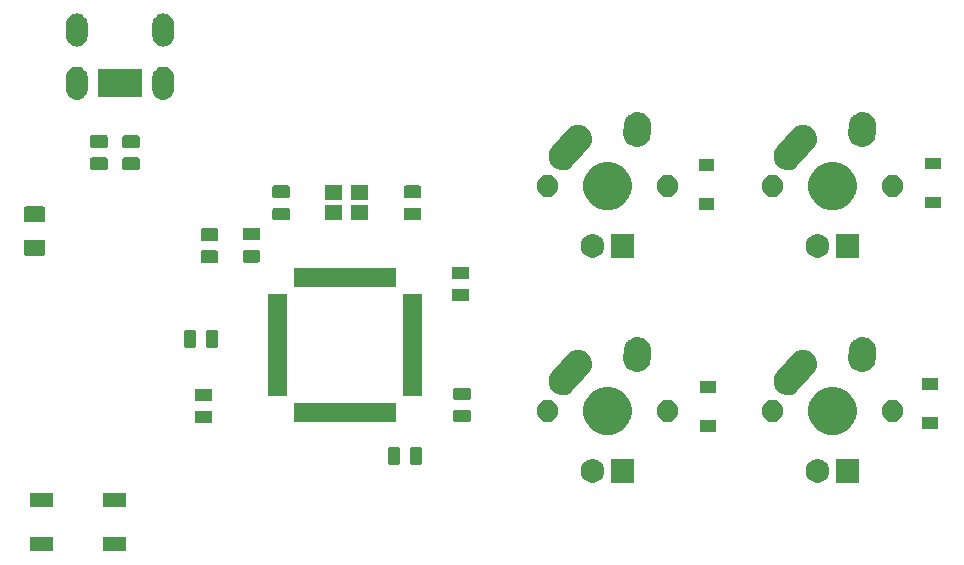
<source format=gbr>
G04 #@! TF.GenerationSoftware,KiCad,Pcbnew,(5.1.4)-1*
G04 #@! TF.CreationDate,2022-10-29T17:17:54+02:00*
G04 #@! TF.ProjectId,quaver-keypad,71756176-6572-42d6-9b65-797061642e6b,rev?*
G04 #@! TF.SameCoordinates,Original*
G04 #@! TF.FileFunction,Soldermask,Bot*
G04 #@! TF.FilePolarity,Negative*
%FSLAX46Y46*%
G04 Gerber Fmt 4.6, Leading zero omitted, Abs format (unit mm)*
G04 Created by KiCad (PCBNEW (5.1.4)-1) date 2022-10-29 17:17:54*
%MOMM*%
%LPD*%
G04 APERTURE LIST*
%ADD10C,0.100000*%
G04 APERTURE END LIST*
D10*
G36*
X52184000Y-105448000D02*
G01*
X50282000Y-105448000D01*
X50282000Y-104246000D01*
X52184000Y-104246000D01*
X52184000Y-105448000D01*
X52184000Y-105448000D01*
G37*
G36*
X45984000Y-105448000D02*
G01*
X44082000Y-105448000D01*
X44082000Y-104246000D01*
X45984000Y-104246000D01*
X45984000Y-105448000D01*
X45984000Y-105448000D01*
G37*
G36*
X45984000Y-101748000D02*
G01*
X44082000Y-101748000D01*
X44082000Y-100546000D01*
X45984000Y-100546000D01*
X45984000Y-101748000D01*
X45984000Y-101748000D01*
G37*
G36*
X52184000Y-101748000D02*
G01*
X50282000Y-101748000D01*
X50282000Y-100546000D01*
X52184000Y-100546000D01*
X52184000Y-101748000D01*
X52184000Y-101748000D01*
G37*
G36*
X91820425Y-97680988D02*
G01*
X91986710Y-97714063D01*
X92169336Y-97789709D01*
X92333694Y-97899530D01*
X92473470Y-98039306D01*
X92583291Y-98203664D01*
X92658937Y-98386290D01*
X92697500Y-98580164D01*
X92697500Y-98777836D01*
X92658937Y-98971710D01*
X92583291Y-99154336D01*
X92473470Y-99318694D01*
X92333694Y-99458470D01*
X92169336Y-99568291D01*
X91986710Y-99643937D01*
X91820425Y-99677012D01*
X91792837Y-99682500D01*
X91595163Y-99682500D01*
X91567575Y-99677012D01*
X91401290Y-99643937D01*
X91218664Y-99568291D01*
X91054306Y-99458470D01*
X90914530Y-99318694D01*
X90804709Y-99154336D01*
X90729063Y-98971710D01*
X90690500Y-98777836D01*
X90690500Y-98580164D01*
X90729063Y-98386290D01*
X90804709Y-98203664D01*
X90914530Y-98039306D01*
X91054306Y-97899530D01*
X91218664Y-97789709D01*
X91401290Y-97714063D01*
X91567575Y-97680988D01*
X91595163Y-97675500D01*
X91792837Y-97675500D01*
X91820425Y-97680988D01*
X91820425Y-97680988D01*
G37*
G36*
X110870425Y-97680988D02*
G01*
X111036710Y-97714063D01*
X111219336Y-97789709D01*
X111383694Y-97899530D01*
X111523470Y-98039306D01*
X111633291Y-98203664D01*
X111708937Y-98386290D01*
X111747500Y-98580164D01*
X111747500Y-98777836D01*
X111708937Y-98971710D01*
X111633291Y-99154336D01*
X111523470Y-99318694D01*
X111383694Y-99458470D01*
X111219336Y-99568291D01*
X111036710Y-99643937D01*
X110870425Y-99677012D01*
X110842837Y-99682500D01*
X110645163Y-99682500D01*
X110617575Y-99677012D01*
X110451290Y-99643937D01*
X110268664Y-99568291D01*
X110104306Y-99458470D01*
X109964530Y-99318694D01*
X109854709Y-99154336D01*
X109779063Y-98971710D01*
X109740500Y-98777836D01*
X109740500Y-98580164D01*
X109779063Y-98386290D01*
X109854709Y-98203664D01*
X109964530Y-98039306D01*
X110104306Y-97899530D01*
X110268664Y-97789709D01*
X110451290Y-97714063D01*
X110617575Y-97680988D01*
X110645163Y-97675500D01*
X110842837Y-97675500D01*
X110870425Y-97680988D01*
X110870425Y-97680988D01*
G37*
G36*
X95237500Y-99682500D02*
G01*
X93230500Y-99682500D01*
X93230500Y-97675500D01*
X95237500Y-97675500D01*
X95237500Y-99682500D01*
X95237500Y-99682500D01*
G37*
G36*
X114287500Y-99682500D02*
G01*
X112280500Y-99682500D01*
X112280500Y-97675500D01*
X114287500Y-97675500D01*
X114287500Y-99682500D01*
X114287500Y-99682500D01*
G37*
G36*
X77128468Y-96662565D02*
G01*
X77167138Y-96674296D01*
X77202777Y-96693346D01*
X77234017Y-96718983D01*
X77259654Y-96750223D01*
X77278704Y-96785862D01*
X77290435Y-96824532D01*
X77295000Y-96870888D01*
X77295000Y-97947112D01*
X77290435Y-97993468D01*
X77278704Y-98032138D01*
X77259654Y-98067777D01*
X77234017Y-98099017D01*
X77202777Y-98124654D01*
X77167138Y-98143704D01*
X77128468Y-98155435D01*
X77082112Y-98160000D01*
X76430888Y-98160000D01*
X76384532Y-98155435D01*
X76345862Y-98143704D01*
X76310223Y-98124654D01*
X76278983Y-98099017D01*
X76253346Y-98067777D01*
X76234296Y-98032138D01*
X76222565Y-97993468D01*
X76218000Y-97947112D01*
X76218000Y-96870888D01*
X76222565Y-96824532D01*
X76234296Y-96785862D01*
X76253346Y-96750223D01*
X76278983Y-96718983D01*
X76310223Y-96693346D01*
X76345862Y-96674296D01*
X76384532Y-96662565D01*
X76430888Y-96658000D01*
X77082112Y-96658000D01*
X77128468Y-96662565D01*
X77128468Y-96662565D01*
G37*
G36*
X75253468Y-96662565D02*
G01*
X75292138Y-96674296D01*
X75327777Y-96693346D01*
X75359017Y-96718983D01*
X75384654Y-96750223D01*
X75403704Y-96785862D01*
X75415435Y-96824532D01*
X75420000Y-96870888D01*
X75420000Y-97947112D01*
X75415435Y-97993468D01*
X75403704Y-98032138D01*
X75384654Y-98067777D01*
X75359017Y-98099017D01*
X75327777Y-98124654D01*
X75292138Y-98143704D01*
X75253468Y-98155435D01*
X75207112Y-98160000D01*
X74555888Y-98160000D01*
X74509532Y-98155435D01*
X74470862Y-98143704D01*
X74435223Y-98124654D01*
X74403983Y-98099017D01*
X74378346Y-98067777D01*
X74359296Y-98032138D01*
X74347565Y-97993468D01*
X74343000Y-97947112D01*
X74343000Y-96870888D01*
X74347565Y-96824532D01*
X74359296Y-96785862D01*
X74378346Y-96750223D01*
X74403983Y-96718983D01*
X74435223Y-96693346D01*
X74470862Y-96674296D01*
X74509532Y-96662565D01*
X74555888Y-96658000D01*
X75207112Y-96658000D01*
X75253468Y-96662565D01*
X75253468Y-96662565D01*
G37*
G36*
X112610474Y-91632684D02*
G01*
X112795137Y-91709174D01*
X112982623Y-91786833D01*
X113317548Y-92010623D01*
X113602377Y-92295452D01*
X113826167Y-92630377D01*
X113881807Y-92764704D01*
X113980316Y-93002526D01*
X114058900Y-93397594D01*
X114058900Y-93800406D01*
X113980316Y-94195474D01*
X113929451Y-94318272D01*
X113826167Y-94567623D01*
X113602377Y-94902548D01*
X113317548Y-95187377D01*
X112982623Y-95411167D01*
X112828474Y-95475017D01*
X112610474Y-95565316D01*
X112215406Y-95643900D01*
X111812594Y-95643900D01*
X111417526Y-95565316D01*
X111199526Y-95475017D01*
X111045377Y-95411167D01*
X110710452Y-95187377D01*
X110425623Y-94902548D01*
X110201833Y-94567623D01*
X110098549Y-94318272D01*
X110047684Y-94195474D01*
X109969100Y-93800406D01*
X109969100Y-93397594D01*
X110047684Y-93002526D01*
X110146193Y-92764704D01*
X110201833Y-92630377D01*
X110425623Y-92295452D01*
X110710452Y-92010623D01*
X111045377Y-91786833D01*
X111232863Y-91709174D01*
X111417526Y-91632684D01*
X111812594Y-91554100D01*
X112215406Y-91554100D01*
X112610474Y-91632684D01*
X112610474Y-91632684D01*
G37*
G36*
X93560474Y-91632684D02*
G01*
X93745137Y-91709174D01*
X93932623Y-91786833D01*
X94267548Y-92010623D01*
X94552377Y-92295452D01*
X94776167Y-92630377D01*
X94831807Y-92764704D01*
X94930316Y-93002526D01*
X95008900Y-93397594D01*
X95008900Y-93800406D01*
X94930316Y-94195474D01*
X94879451Y-94318272D01*
X94776167Y-94567623D01*
X94552377Y-94902548D01*
X94267548Y-95187377D01*
X93932623Y-95411167D01*
X93778474Y-95475017D01*
X93560474Y-95565316D01*
X93165406Y-95643900D01*
X92762594Y-95643900D01*
X92367526Y-95565316D01*
X92149526Y-95475017D01*
X91995377Y-95411167D01*
X91660452Y-95187377D01*
X91375623Y-94902548D01*
X91151833Y-94567623D01*
X91048549Y-94318272D01*
X90997684Y-94195474D01*
X90919100Y-93800406D01*
X90919100Y-93397594D01*
X90997684Y-93002526D01*
X91096193Y-92764704D01*
X91151833Y-92630377D01*
X91375623Y-92295452D01*
X91660452Y-92010623D01*
X91995377Y-91786833D01*
X92182863Y-91709174D01*
X92367526Y-91632684D01*
X92762594Y-91554100D01*
X93165406Y-91554100D01*
X93560474Y-91632684D01*
X93560474Y-91632684D01*
G37*
G36*
X102124000Y-95369000D02*
G01*
X100822000Y-95369000D01*
X100822000Y-94367000D01*
X102124000Y-94367000D01*
X102124000Y-95369000D01*
X102124000Y-95369000D01*
G37*
G36*
X120920000Y-95115000D02*
G01*
X119618000Y-95115000D01*
X119618000Y-94113000D01*
X120920000Y-94113000D01*
X120920000Y-95115000D01*
X120920000Y-95115000D01*
G37*
G36*
X59334468Y-93583565D02*
G01*
X59373138Y-93595296D01*
X59408777Y-93614346D01*
X59440017Y-93639983D01*
X59465654Y-93671223D01*
X59484704Y-93706862D01*
X59496435Y-93745532D01*
X59501000Y-93791888D01*
X59501000Y-94443112D01*
X59496435Y-94489468D01*
X59484704Y-94528138D01*
X59465654Y-94563777D01*
X59440017Y-94595017D01*
X59408777Y-94620654D01*
X59373138Y-94639704D01*
X59334468Y-94651435D01*
X59288112Y-94656000D01*
X58211888Y-94656000D01*
X58165532Y-94651435D01*
X58126862Y-94639704D01*
X58091223Y-94620654D01*
X58059983Y-94595017D01*
X58034346Y-94563777D01*
X58015296Y-94528138D01*
X58003565Y-94489468D01*
X57999000Y-94443112D01*
X57999000Y-93791888D01*
X58003565Y-93745532D01*
X58015296Y-93706862D01*
X58034346Y-93671223D01*
X58059983Y-93639983D01*
X58091223Y-93614346D01*
X58126862Y-93595296D01*
X58165532Y-93583565D01*
X58211888Y-93579000D01*
X59288112Y-93579000D01*
X59334468Y-93583565D01*
X59334468Y-93583565D01*
G37*
G36*
X81229468Y-93494565D02*
G01*
X81268138Y-93506296D01*
X81303777Y-93525346D01*
X81335017Y-93550983D01*
X81360654Y-93582223D01*
X81379704Y-93617862D01*
X81391435Y-93656532D01*
X81396000Y-93702888D01*
X81396000Y-94354112D01*
X81391435Y-94400468D01*
X81379704Y-94439138D01*
X81360654Y-94474777D01*
X81335017Y-94506017D01*
X81303777Y-94531654D01*
X81268138Y-94550704D01*
X81229468Y-94562435D01*
X81183112Y-94567000D01*
X80106888Y-94567000D01*
X80060532Y-94562435D01*
X80021862Y-94550704D01*
X79986223Y-94531654D01*
X79954983Y-94506017D01*
X79929346Y-94474777D01*
X79910296Y-94439138D01*
X79898565Y-94400468D01*
X79894000Y-94354112D01*
X79894000Y-93702888D01*
X79898565Y-93656532D01*
X79910296Y-93617862D01*
X79929346Y-93582223D01*
X79954983Y-93550983D01*
X79986223Y-93525346D01*
X80021862Y-93506296D01*
X80060532Y-93494565D01*
X80106888Y-93490000D01*
X81183112Y-93490000D01*
X81229468Y-93494565D01*
X81229468Y-93494565D01*
G37*
G36*
X98314104Y-92708585D02*
G01*
X98482626Y-92778389D01*
X98634291Y-92879728D01*
X98763272Y-93008709D01*
X98864611Y-93160374D01*
X98934415Y-93328896D01*
X98970000Y-93507797D01*
X98970000Y-93690203D01*
X98934415Y-93869104D01*
X98864611Y-94037626D01*
X98763272Y-94189291D01*
X98634291Y-94318272D01*
X98482626Y-94419611D01*
X98314104Y-94489415D01*
X98135203Y-94525000D01*
X97952797Y-94525000D01*
X97773896Y-94489415D01*
X97605374Y-94419611D01*
X97453709Y-94318272D01*
X97324728Y-94189291D01*
X97223389Y-94037626D01*
X97153585Y-93869104D01*
X97118000Y-93690203D01*
X97118000Y-93507797D01*
X97153585Y-93328896D01*
X97223389Y-93160374D01*
X97324728Y-93008709D01*
X97453709Y-92879728D01*
X97605374Y-92778389D01*
X97773896Y-92708585D01*
X97952797Y-92673000D01*
X98135203Y-92673000D01*
X98314104Y-92708585D01*
X98314104Y-92708585D01*
G37*
G36*
X88154104Y-92708585D02*
G01*
X88322626Y-92778389D01*
X88474291Y-92879728D01*
X88603272Y-93008709D01*
X88704611Y-93160374D01*
X88774415Y-93328896D01*
X88810000Y-93507797D01*
X88810000Y-93690203D01*
X88774415Y-93869104D01*
X88704611Y-94037626D01*
X88603272Y-94189291D01*
X88474291Y-94318272D01*
X88322626Y-94419611D01*
X88154104Y-94489415D01*
X87975203Y-94525000D01*
X87792797Y-94525000D01*
X87613896Y-94489415D01*
X87445374Y-94419611D01*
X87293709Y-94318272D01*
X87164728Y-94189291D01*
X87063389Y-94037626D01*
X86993585Y-93869104D01*
X86958000Y-93690203D01*
X86958000Y-93507797D01*
X86993585Y-93328896D01*
X87063389Y-93160374D01*
X87164728Y-93008709D01*
X87293709Y-92879728D01*
X87445374Y-92778389D01*
X87613896Y-92708585D01*
X87792797Y-92673000D01*
X87975203Y-92673000D01*
X88154104Y-92708585D01*
X88154104Y-92708585D01*
G37*
G36*
X117364104Y-92708585D02*
G01*
X117532626Y-92778389D01*
X117684291Y-92879728D01*
X117813272Y-93008709D01*
X117914611Y-93160374D01*
X117984415Y-93328896D01*
X118020000Y-93507797D01*
X118020000Y-93690203D01*
X117984415Y-93869104D01*
X117914611Y-94037626D01*
X117813272Y-94189291D01*
X117684291Y-94318272D01*
X117532626Y-94419611D01*
X117364104Y-94489415D01*
X117185203Y-94525000D01*
X117002797Y-94525000D01*
X116823896Y-94489415D01*
X116655374Y-94419611D01*
X116503709Y-94318272D01*
X116374728Y-94189291D01*
X116273389Y-94037626D01*
X116203585Y-93869104D01*
X116168000Y-93690203D01*
X116168000Y-93507797D01*
X116203585Y-93328896D01*
X116273389Y-93160374D01*
X116374728Y-93008709D01*
X116503709Y-92879728D01*
X116655374Y-92778389D01*
X116823896Y-92708585D01*
X117002797Y-92673000D01*
X117185203Y-92673000D01*
X117364104Y-92708585D01*
X117364104Y-92708585D01*
G37*
G36*
X107204104Y-92708585D02*
G01*
X107372626Y-92778389D01*
X107524291Y-92879728D01*
X107653272Y-93008709D01*
X107754611Y-93160374D01*
X107824415Y-93328896D01*
X107860000Y-93507797D01*
X107860000Y-93690203D01*
X107824415Y-93869104D01*
X107754611Y-94037626D01*
X107653272Y-94189291D01*
X107524291Y-94318272D01*
X107372626Y-94419611D01*
X107204104Y-94489415D01*
X107025203Y-94525000D01*
X106842797Y-94525000D01*
X106663896Y-94489415D01*
X106495374Y-94419611D01*
X106343709Y-94318272D01*
X106214728Y-94189291D01*
X106113389Y-94037626D01*
X106043585Y-93869104D01*
X106008000Y-93690203D01*
X106008000Y-93507797D01*
X106043585Y-93328896D01*
X106113389Y-93160374D01*
X106214728Y-93008709D01*
X106343709Y-92879728D01*
X106495374Y-92778389D01*
X106663896Y-92708585D01*
X106842797Y-92673000D01*
X107025203Y-92673000D01*
X107204104Y-92708585D01*
X107204104Y-92708585D01*
G37*
G36*
X75065000Y-94512000D02*
G01*
X66413000Y-94512000D01*
X66413000Y-92910000D01*
X75065000Y-92910000D01*
X75065000Y-94512000D01*
X75065000Y-94512000D01*
G37*
G36*
X59334468Y-91708565D02*
G01*
X59373138Y-91720296D01*
X59408777Y-91739346D01*
X59440017Y-91764983D01*
X59465654Y-91796223D01*
X59484704Y-91831862D01*
X59496435Y-91870532D01*
X59501000Y-91916888D01*
X59501000Y-92568112D01*
X59496435Y-92614468D01*
X59484704Y-92653138D01*
X59465654Y-92688777D01*
X59440017Y-92720017D01*
X59408777Y-92745654D01*
X59373138Y-92764704D01*
X59334468Y-92776435D01*
X59288112Y-92781000D01*
X58211888Y-92781000D01*
X58165532Y-92776435D01*
X58126862Y-92764704D01*
X58091223Y-92745654D01*
X58059983Y-92720017D01*
X58034346Y-92688777D01*
X58015296Y-92653138D01*
X58003565Y-92614468D01*
X57999000Y-92568112D01*
X57999000Y-91916888D01*
X58003565Y-91870532D01*
X58015296Y-91831862D01*
X58034346Y-91796223D01*
X58059983Y-91764983D01*
X58091223Y-91739346D01*
X58126862Y-91720296D01*
X58165532Y-91708565D01*
X58211888Y-91704000D01*
X59288112Y-91704000D01*
X59334468Y-91708565D01*
X59334468Y-91708565D01*
G37*
G36*
X81229468Y-91619565D02*
G01*
X81268138Y-91631296D01*
X81303777Y-91650346D01*
X81335017Y-91675983D01*
X81360654Y-91707223D01*
X81379704Y-91742862D01*
X81391435Y-91781532D01*
X81396000Y-91827888D01*
X81396000Y-92479112D01*
X81391435Y-92525468D01*
X81379704Y-92564138D01*
X81360654Y-92599777D01*
X81335017Y-92631017D01*
X81303777Y-92656654D01*
X81268138Y-92675704D01*
X81229468Y-92687435D01*
X81183112Y-92692000D01*
X80106888Y-92692000D01*
X80060532Y-92687435D01*
X80021862Y-92675704D01*
X79986223Y-92656654D01*
X79954983Y-92631017D01*
X79929346Y-92599777D01*
X79910296Y-92564138D01*
X79898565Y-92525468D01*
X79894000Y-92479112D01*
X79894000Y-91827888D01*
X79898565Y-91781532D01*
X79910296Y-91742862D01*
X79929346Y-91707223D01*
X79954983Y-91675983D01*
X79986223Y-91650346D01*
X80021862Y-91631296D01*
X80060532Y-91619565D01*
X80106888Y-91615000D01*
X81183112Y-91615000D01*
X81229468Y-91619565D01*
X81229468Y-91619565D01*
G37*
G36*
X65840000Y-92337000D02*
G01*
X64238000Y-92337000D01*
X64238000Y-83685000D01*
X65840000Y-83685000D01*
X65840000Y-92337000D01*
X65840000Y-92337000D01*
G37*
G36*
X77240000Y-92337000D02*
G01*
X75638000Y-92337000D01*
X75638000Y-83685000D01*
X77240000Y-83685000D01*
X77240000Y-92337000D01*
X77240000Y-92337000D01*
G37*
G36*
X109537205Y-88422881D02*
G01*
X109542645Y-88423000D01*
X109629828Y-88423000D01*
X109646097Y-88426236D01*
X109664956Y-88428515D01*
X109681532Y-88429246D01*
X109766223Y-88450010D01*
X109771518Y-88451184D01*
X109857027Y-88468193D01*
X109872362Y-88474545D01*
X109890401Y-88480455D01*
X109906521Y-88484407D01*
X109985504Y-88521280D01*
X109990494Y-88523477D01*
X110071045Y-88556842D01*
X110084841Y-88566060D01*
X110101393Y-88575382D01*
X110116426Y-88582400D01*
X110186694Y-88633971D01*
X110191192Y-88637122D01*
X110263656Y-88685541D01*
X110275383Y-88697268D01*
X110289809Y-88709648D01*
X110303179Y-88719461D01*
X110303180Y-88719462D01*
X110362021Y-88783733D01*
X110365829Y-88787714D01*
X110427459Y-88849344D01*
X110436674Y-88863135D01*
X110448396Y-88878078D01*
X110459605Y-88890321D01*
X110504799Y-88964874D01*
X110507746Y-88969501D01*
X110556158Y-89041955D01*
X110562505Y-89057277D01*
X110571092Y-89074231D01*
X110579691Y-89088417D01*
X110609478Y-89170368D01*
X110611452Y-89175448D01*
X110644807Y-89255973D01*
X110644807Y-89255974D01*
X110648041Y-89272233D01*
X110653158Y-89290542D01*
X110658825Y-89306134D01*
X110672055Y-89392345D01*
X110673001Y-89397713D01*
X110690000Y-89483173D01*
X110690000Y-89499752D01*
X110691444Y-89518692D01*
X110693963Y-89535104D01*
X110690120Y-89622249D01*
X110690000Y-89627689D01*
X110690000Y-89714825D01*
X110686766Y-89731083D01*
X110684488Y-89749941D01*
X110683756Y-89766531D01*
X110662988Y-89851237D01*
X110661812Y-89856537D01*
X110644807Y-89942027D01*
X110638457Y-89957357D01*
X110632549Y-89975393D01*
X110628595Y-89991520D01*
X110591711Y-90070526D01*
X110589511Y-90075523D01*
X110556158Y-90156045D01*
X110546944Y-90169835D01*
X110537622Y-90186387D01*
X110530602Y-90201424D01*
X110479011Y-90271720D01*
X110475866Y-90276210D01*
X110427461Y-90348654D01*
X110370460Y-90405655D01*
X110365811Y-90410563D01*
X110004720Y-90813000D01*
X109040723Y-91887376D01*
X108912679Y-92004602D01*
X108813630Y-92064646D01*
X108714583Y-92124689D01*
X108496866Y-92203823D01*
X108267895Y-92238961D01*
X108036470Y-92228754D01*
X107811481Y-92173593D01*
X107706727Y-92124689D01*
X107601579Y-92075602D01*
X107504838Y-92004602D01*
X107414823Y-91938539D01*
X107313521Y-91827888D01*
X107258398Y-91767679D01*
X107187270Y-91650346D01*
X107138311Y-91569583D01*
X107059177Y-91351866D01*
X107024039Y-91122895D01*
X107034246Y-90891470D01*
X107089407Y-90666481D01*
X107140972Y-90556028D01*
X107187398Y-90456580D01*
X107187400Y-90456577D01*
X107290114Y-90316622D01*
X108045245Y-89475027D01*
X108576787Y-88882621D01*
X108587681Y-88868589D01*
X108600539Y-88849346D01*
X108657573Y-88792312D01*
X108662223Y-88787403D01*
X108677278Y-88770624D01*
X108698701Y-88751011D01*
X108702682Y-88747203D01*
X108764346Y-88685539D01*
X108778143Y-88676320D01*
X108793102Y-88664585D01*
X108805321Y-88653398D01*
X108837385Y-88633961D01*
X108879830Y-88608231D01*
X108884421Y-88605308D01*
X108956955Y-88556842D01*
X108972300Y-88550486D01*
X108989248Y-88541901D01*
X109003416Y-88533312D01*
X109003417Y-88533312D01*
X109003418Y-88533311D01*
X109085312Y-88503545D01*
X109090410Y-88501563D01*
X109170973Y-88468193D01*
X109187252Y-88464955D01*
X109205542Y-88459844D01*
X109221135Y-88454177D01*
X109307300Y-88440954D01*
X109312663Y-88440009D01*
X109398173Y-88423000D01*
X109414766Y-88423000D01*
X109433709Y-88421555D01*
X109450106Y-88419039D01*
X109537205Y-88422881D01*
X109537205Y-88422881D01*
G37*
G36*
X90487205Y-88422881D02*
G01*
X90492645Y-88423000D01*
X90579828Y-88423000D01*
X90596097Y-88426236D01*
X90614956Y-88428515D01*
X90631532Y-88429246D01*
X90716223Y-88450010D01*
X90721518Y-88451184D01*
X90807027Y-88468193D01*
X90822362Y-88474545D01*
X90840401Y-88480455D01*
X90856521Y-88484407D01*
X90935504Y-88521280D01*
X90940494Y-88523477D01*
X91021045Y-88556842D01*
X91034841Y-88566060D01*
X91051393Y-88575382D01*
X91066426Y-88582400D01*
X91136694Y-88633971D01*
X91141192Y-88637122D01*
X91213656Y-88685541D01*
X91225383Y-88697268D01*
X91239809Y-88709648D01*
X91253179Y-88719461D01*
X91253180Y-88719462D01*
X91312021Y-88783733D01*
X91315829Y-88787714D01*
X91377459Y-88849344D01*
X91386674Y-88863135D01*
X91398396Y-88878078D01*
X91409605Y-88890321D01*
X91454799Y-88964874D01*
X91457746Y-88969501D01*
X91506158Y-89041955D01*
X91512505Y-89057277D01*
X91521092Y-89074231D01*
X91529691Y-89088417D01*
X91559478Y-89170368D01*
X91561452Y-89175448D01*
X91594807Y-89255973D01*
X91594807Y-89255974D01*
X91598041Y-89272233D01*
X91603158Y-89290542D01*
X91608825Y-89306134D01*
X91622055Y-89392345D01*
X91623001Y-89397713D01*
X91640000Y-89483173D01*
X91640000Y-89499752D01*
X91641444Y-89518692D01*
X91643963Y-89535104D01*
X91640120Y-89622249D01*
X91640000Y-89627689D01*
X91640000Y-89714825D01*
X91636766Y-89731083D01*
X91634488Y-89749941D01*
X91633756Y-89766531D01*
X91612988Y-89851237D01*
X91611812Y-89856537D01*
X91594807Y-89942027D01*
X91588457Y-89957357D01*
X91582549Y-89975393D01*
X91578595Y-89991520D01*
X91541711Y-90070526D01*
X91539511Y-90075523D01*
X91506158Y-90156045D01*
X91496944Y-90169835D01*
X91487622Y-90186387D01*
X91480602Y-90201424D01*
X91429011Y-90271720D01*
X91425866Y-90276210D01*
X91377461Y-90348654D01*
X91320460Y-90405655D01*
X91315811Y-90410563D01*
X90954720Y-90813000D01*
X89990723Y-91887376D01*
X89862679Y-92004602D01*
X89763630Y-92064646D01*
X89664583Y-92124689D01*
X89446866Y-92203823D01*
X89217895Y-92238961D01*
X88986470Y-92228754D01*
X88761481Y-92173593D01*
X88656727Y-92124689D01*
X88551579Y-92075602D01*
X88454838Y-92004602D01*
X88364823Y-91938539D01*
X88263521Y-91827888D01*
X88208398Y-91767679D01*
X88137270Y-91650346D01*
X88088311Y-91569583D01*
X88009177Y-91351866D01*
X87974039Y-91122895D01*
X87984246Y-90891470D01*
X88039407Y-90666481D01*
X88090972Y-90556028D01*
X88137398Y-90456580D01*
X88137400Y-90456577D01*
X88240114Y-90316622D01*
X88995245Y-89475027D01*
X89526787Y-88882621D01*
X89537681Y-88868589D01*
X89550539Y-88849346D01*
X89607573Y-88792312D01*
X89612223Y-88787403D01*
X89627278Y-88770624D01*
X89648701Y-88751011D01*
X89652682Y-88747203D01*
X89714346Y-88685539D01*
X89728143Y-88676320D01*
X89743102Y-88664585D01*
X89755321Y-88653398D01*
X89787385Y-88633961D01*
X89829830Y-88608231D01*
X89834421Y-88605308D01*
X89906955Y-88556842D01*
X89922300Y-88550486D01*
X89939248Y-88541901D01*
X89953416Y-88533312D01*
X89953417Y-88533312D01*
X89953418Y-88533311D01*
X90035312Y-88503545D01*
X90040410Y-88501563D01*
X90120973Y-88468193D01*
X90137252Y-88464955D01*
X90155542Y-88459844D01*
X90171135Y-88454177D01*
X90257300Y-88440954D01*
X90262663Y-88440009D01*
X90348173Y-88423000D01*
X90364766Y-88423000D01*
X90383709Y-88421555D01*
X90400106Y-88419039D01*
X90487205Y-88422881D01*
X90487205Y-88422881D01*
G37*
G36*
X102124000Y-92069000D02*
G01*
X100822000Y-92069000D01*
X100822000Y-91067000D01*
X102124000Y-91067000D01*
X102124000Y-92069000D01*
X102124000Y-92069000D01*
G37*
G36*
X120920000Y-91815000D02*
G01*
X119618000Y-91815000D01*
X119618000Y-90813000D01*
X120920000Y-90813000D01*
X120920000Y-91815000D01*
X120920000Y-91815000D01*
G37*
G36*
X114642127Y-87341261D02*
G01*
X114662900Y-87343000D01*
X114669827Y-87343000D01*
X114764754Y-87361882D01*
X114768348Y-87362542D01*
X114863730Y-87378624D01*
X114870203Y-87381085D01*
X114890228Y-87386841D01*
X114897027Y-87388193D01*
X114959414Y-87414034D01*
X114986443Y-87425230D01*
X114989844Y-87426581D01*
X115080255Y-87460961D01*
X115086127Y-87464640D01*
X115104636Y-87474187D01*
X115111045Y-87476842D01*
X115191563Y-87530642D01*
X115194554Y-87532578D01*
X115276557Y-87583959D01*
X115281584Y-87588700D01*
X115297896Y-87601691D01*
X115303652Y-87605537D01*
X115372110Y-87673995D01*
X115374689Y-87676499D01*
X115445090Y-87742889D01*
X115449095Y-87748519D01*
X115462559Y-87764444D01*
X115467459Y-87769344D01*
X115521244Y-87849839D01*
X115523291Y-87852807D01*
X115579380Y-87931645D01*
X115582214Y-87937958D01*
X115592308Y-87956193D01*
X115596158Y-87961955D01*
X115633220Y-88051430D01*
X115634624Y-88054685D01*
X115674265Y-88142973D01*
X115675815Y-88149725D01*
X115682152Y-88169562D01*
X115684807Y-88175973D01*
X115703692Y-88270917D01*
X115704438Y-88274401D01*
X115726098Y-88368751D01*
X115726098Y-88368754D01*
X115726300Y-88375654D01*
X115728647Y-88396370D01*
X115730000Y-88403174D01*
X115730000Y-88499986D01*
X115730053Y-88503584D01*
X115731188Y-88542277D01*
X115730295Y-88555225D01*
X115730000Y-88563797D01*
X115730000Y-88634826D01*
X115724081Y-88664585D01*
X115723604Y-88666979D01*
X115721500Y-88682750D01*
X115683238Y-89237545D01*
X115654376Y-89408730D01*
X115572038Y-89625255D01*
X115449041Y-89821557D01*
X115290111Y-89990090D01*
X115101355Y-90124380D01*
X114890027Y-90219265D01*
X114664249Y-90271098D01*
X114432698Y-90277889D01*
X114432697Y-90277889D01*
X114387012Y-90270186D01*
X114204270Y-90239376D01*
X113987745Y-90157038D01*
X113791443Y-90034041D01*
X113622910Y-89875111D01*
X113488620Y-89686355D01*
X113393735Y-89475027D01*
X113341902Y-89249249D01*
X113336812Y-89075723D01*
X113377704Y-88482794D01*
X113378000Y-88474196D01*
X113378000Y-88403175D01*
X113396882Y-88308250D01*
X113397544Y-88304645D01*
X113403231Y-88270917D01*
X113413624Y-88209270D01*
X113416085Y-88202799D01*
X113421842Y-88182767D01*
X113423193Y-88175974D01*
X113423193Y-88175973D01*
X113460264Y-88086476D01*
X113461553Y-88083230D01*
X113495962Y-87992745D01*
X113499636Y-87986881D01*
X113509187Y-87968365D01*
X113511842Y-87961955D01*
X113565657Y-87881415D01*
X113567577Y-87878449D01*
X113618959Y-87796443D01*
X113623711Y-87791404D01*
X113636689Y-87775107D01*
X113640537Y-87769348D01*
X113708993Y-87700892D01*
X113711546Y-87698262D01*
X113732023Y-87676548D01*
X113777889Y-87627910D01*
X113783521Y-87623903D01*
X113799447Y-87610438D01*
X113804346Y-87605539D01*
X113884824Y-87551766D01*
X113887806Y-87549710D01*
X113966645Y-87493620D01*
X113972955Y-87490787D01*
X113991194Y-87480691D01*
X113996951Y-87476844D01*
X113996954Y-87476843D01*
X113996955Y-87476842D01*
X114086429Y-87439781D01*
X114089687Y-87438375D01*
X114177973Y-87398735D01*
X114184725Y-87397185D01*
X114204562Y-87390848D01*
X114210973Y-87388193D01*
X114305899Y-87369311D01*
X114309446Y-87368551D01*
X114403751Y-87346901D01*
X114406130Y-87346831D01*
X114410665Y-87346698D01*
X114431381Y-87344351D01*
X114438174Y-87343000D01*
X114534959Y-87343000D01*
X114538584Y-87342947D01*
X114635302Y-87340110D01*
X114642127Y-87341261D01*
X114642127Y-87341261D01*
G37*
G36*
X95592127Y-87341261D02*
G01*
X95612900Y-87343000D01*
X95619827Y-87343000D01*
X95714754Y-87361882D01*
X95718348Y-87362542D01*
X95813730Y-87378624D01*
X95820203Y-87381085D01*
X95840228Y-87386841D01*
X95847027Y-87388193D01*
X95909414Y-87414034D01*
X95936443Y-87425230D01*
X95939844Y-87426581D01*
X96030255Y-87460961D01*
X96036127Y-87464640D01*
X96054636Y-87474187D01*
X96061045Y-87476842D01*
X96141563Y-87530642D01*
X96144554Y-87532578D01*
X96226557Y-87583959D01*
X96231584Y-87588700D01*
X96247896Y-87601691D01*
X96253652Y-87605537D01*
X96322110Y-87673995D01*
X96324689Y-87676499D01*
X96395090Y-87742889D01*
X96399095Y-87748519D01*
X96412559Y-87764444D01*
X96417459Y-87769344D01*
X96471244Y-87849839D01*
X96473291Y-87852807D01*
X96529380Y-87931645D01*
X96532214Y-87937958D01*
X96542308Y-87956193D01*
X96546158Y-87961955D01*
X96583220Y-88051430D01*
X96584624Y-88054685D01*
X96624265Y-88142973D01*
X96625815Y-88149725D01*
X96632152Y-88169562D01*
X96634807Y-88175973D01*
X96653692Y-88270917D01*
X96654438Y-88274401D01*
X96676098Y-88368751D01*
X96676098Y-88368754D01*
X96676300Y-88375654D01*
X96678647Y-88396370D01*
X96680000Y-88403174D01*
X96680000Y-88499986D01*
X96680053Y-88503584D01*
X96681188Y-88542277D01*
X96680295Y-88555225D01*
X96680000Y-88563797D01*
X96680000Y-88634826D01*
X96674081Y-88664585D01*
X96673604Y-88666979D01*
X96671500Y-88682750D01*
X96633238Y-89237545D01*
X96604376Y-89408730D01*
X96522038Y-89625255D01*
X96399041Y-89821557D01*
X96240111Y-89990090D01*
X96051355Y-90124380D01*
X95840027Y-90219265D01*
X95614249Y-90271098D01*
X95382698Y-90277889D01*
X95382697Y-90277889D01*
X95337012Y-90270186D01*
X95154270Y-90239376D01*
X94937745Y-90157038D01*
X94741443Y-90034041D01*
X94572910Y-89875111D01*
X94438620Y-89686355D01*
X94343735Y-89475027D01*
X94291902Y-89249249D01*
X94286812Y-89075723D01*
X94327704Y-88482794D01*
X94328000Y-88474196D01*
X94328000Y-88403175D01*
X94346882Y-88308250D01*
X94347544Y-88304645D01*
X94353231Y-88270917D01*
X94363624Y-88209270D01*
X94366085Y-88202799D01*
X94371842Y-88182767D01*
X94373193Y-88175974D01*
X94373193Y-88175973D01*
X94410264Y-88086476D01*
X94411553Y-88083230D01*
X94445962Y-87992745D01*
X94449636Y-87986881D01*
X94459187Y-87968365D01*
X94461842Y-87961955D01*
X94515657Y-87881415D01*
X94517577Y-87878449D01*
X94568959Y-87796443D01*
X94573711Y-87791404D01*
X94586689Y-87775107D01*
X94590537Y-87769348D01*
X94658993Y-87700892D01*
X94661546Y-87698262D01*
X94682023Y-87676548D01*
X94727889Y-87627910D01*
X94733521Y-87623903D01*
X94749447Y-87610438D01*
X94754346Y-87605539D01*
X94834824Y-87551766D01*
X94837806Y-87549710D01*
X94916645Y-87493620D01*
X94922955Y-87490787D01*
X94941194Y-87480691D01*
X94946951Y-87476844D01*
X94946954Y-87476843D01*
X94946955Y-87476842D01*
X95036429Y-87439781D01*
X95039687Y-87438375D01*
X95127973Y-87398735D01*
X95134725Y-87397185D01*
X95154562Y-87390848D01*
X95160973Y-87388193D01*
X95255899Y-87369311D01*
X95259446Y-87368551D01*
X95353751Y-87346901D01*
X95356130Y-87346831D01*
X95360665Y-87346698D01*
X95381381Y-87344351D01*
X95388174Y-87343000D01*
X95484959Y-87343000D01*
X95488584Y-87342947D01*
X95585302Y-87340110D01*
X95592127Y-87341261D01*
X95592127Y-87341261D01*
G37*
G36*
X59856468Y-86756565D02*
G01*
X59895138Y-86768296D01*
X59930777Y-86787346D01*
X59962017Y-86812983D01*
X59987654Y-86844223D01*
X60006704Y-86879862D01*
X60018435Y-86918532D01*
X60023000Y-86964888D01*
X60023000Y-88041112D01*
X60018435Y-88087468D01*
X60006704Y-88126138D01*
X59987654Y-88161777D01*
X59962017Y-88193017D01*
X59930777Y-88218654D01*
X59895138Y-88237704D01*
X59856468Y-88249435D01*
X59810112Y-88254000D01*
X59158888Y-88254000D01*
X59112532Y-88249435D01*
X59073862Y-88237704D01*
X59038223Y-88218654D01*
X59006983Y-88193017D01*
X58981346Y-88161777D01*
X58962296Y-88126138D01*
X58950565Y-88087468D01*
X58946000Y-88041112D01*
X58946000Y-86964888D01*
X58950565Y-86918532D01*
X58962296Y-86879862D01*
X58981346Y-86844223D01*
X59006983Y-86812983D01*
X59038223Y-86787346D01*
X59073862Y-86768296D01*
X59112532Y-86756565D01*
X59158888Y-86752000D01*
X59810112Y-86752000D01*
X59856468Y-86756565D01*
X59856468Y-86756565D01*
G37*
G36*
X57981468Y-86756565D02*
G01*
X58020138Y-86768296D01*
X58055777Y-86787346D01*
X58087017Y-86812983D01*
X58112654Y-86844223D01*
X58131704Y-86879862D01*
X58143435Y-86918532D01*
X58148000Y-86964888D01*
X58148000Y-88041112D01*
X58143435Y-88087468D01*
X58131704Y-88126138D01*
X58112654Y-88161777D01*
X58087017Y-88193017D01*
X58055777Y-88218654D01*
X58020138Y-88237704D01*
X57981468Y-88249435D01*
X57935112Y-88254000D01*
X57283888Y-88254000D01*
X57237532Y-88249435D01*
X57198862Y-88237704D01*
X57163223Y-88218654D01*
X57131983Y-88193017D01*
X57106346Y-88161777D01*
X57087296Y-88126138D01*
X57075565Y-88087468D01*
X57071000Y-88041112D01*
X57071000Y-86964888D01*
X57075565Y-86918532D01*
X57087296Y-86879862D01*
X57106346Y-86844223D01*
X57131983Y-86812983D01*
X57163223Y-86787346D01*
X57198862Y-86768296D01*
X57237532Y-86756565D01*
X57283888Y-86752000D01*
X57935112Y-86752000D01*
X57981468Y-86756565D01*
X57981468Y-86756565D01*
G37*
G36*
X81102468Y-83256065D02*
G01*
X81141138Y-83267796D01*
X81176777Y-83286846D01*
X81208017Y-83312483D01*
X81233654Y-83343723D01*
X81252704Y-83379362D01*
X81264435Y-83418032D01*
X81269000Y-83464388D01*
X81269000Y-84115612D01*
X81264435Y-84161968D01*
X81252704Y-84200638D01*
X81233654Y-84236277D01*
X81208017Y-84267517D01*
X81176777Y-84293154D01*
X81141138Y-84312204D01*
X81102468Y-84323935D01*
X81056112Y-84328500D01*
X79979888Y-84328500D01*
X79933532Y-84323935D01*
X79894862Y-84312204D01*
X79859223Y-84293154D01*
X79827983Y-84267517D01*
X79802346Y-84236277D01*
X79783296Y-84200638D01*
X79771565Y-84161968D01*
X79767000Y-84115612D01*
X79767000Y-83464388D01*
X79771565Y-83418032D01*
X79783296Y-83379362D01*
X79802346Y-83343723D01*
X79827983Y-83312483D01*
X79859223Y-83286846D01*
X79894862Y-83267796D01*
X79933532Y-83256065D01*
X79979888Y-83251500D01*
X81056112Y-83251500D01*
X81102468Y-83256065D01*
X81102468Y-83256065D01*
G37*
G36*
X75065000Y-83112000D02*
G01*
X66413000Y-83112000D01*
X66413000Y-81510000D01*
X75065000Y-81510000D01*
X75065000Y-83112000D01*
X75065000Y-83112000D01*
G37*
G36*
X81102468Y-81381065D02*
G01*
X81141138Y-81392796D01*
X81176777Y-81411846D01*
X81208017Y-81437483D01*
X81233654Y-81468723D01*
X81252704Y-81504362D01*
X81264435Y-81543032D01*
X81269000Y-81589388D01*
X81269000Y-82240612D01*
X81264435Y-82286968D01*
X81252704Y-82325638D01*
X81233654Y-82361277D01*
X81208017Y-82392517D01*
X81176777Y-82418154D01*
X81141138Y-82437204D01*
X81102468Y-82448935D01*
X81056112Y-82453500D01*
X79979888Y-82453500D01*
X79933532Y-82448935D01*
X79894862Y-82437204D01*
X79859223Y-82418154D01*
X79827983Y-82392517D01*
X79802346Y-82361277D01*
X79783296Y-82325638D01*
X79771565Y-82286968D01*
X79767000Y-82240612D01*
X79767000Y-81589388D01*
X79771565Y-81543032D01*
X79783296Y-81504362D01*
X79802346Y-81468723D01*
X79827983Y-81437483D01*
X79859223Y-81411846D01*
X79894862Y-81392796D01*
X79933532Y-81381065D01*
X79979888Y-81376500D01*
X81056112Y-81376500D01*
X81102468Y-81381065D01*
X81102468Y-81381065D01*
G37*
G36*
X59843468Y-80006565D02*
G01*
X59882138Y-80018296D01*
X59917777Y-80037346D01*
X59949017Y-80062983D01*
X59974654Y-80094223D01*
X59993704Y-80129862D01*
X60005435Y-80168532D01*
X60010000Y-80214888D01*
X60010000Y-80866112D01*
X60005435Y-80912468D01*
X59993704Y-80951138D01*
X59974654Y-80986777D01*
X59949017Y-81018017D01*
X59917777Y-81043654D01*
X59882138Y-81062704D01*
X59843468Y-81074435D01*
X59797112Y-81079000D01*
X58720888Y-81079000D01*
X58674532Y-81074435D01*
X58635862Y-81062704D01*
X58600223Y-81043654D01*
X58568983Y-81018017D01*
X58543346Y-80986777D01*
X58524296Y-80951138D01*
X58512565Y-80912468D01*
X58508000Y-80866112D01*
X58508000Y-80214888D01*
X58512565Y-80168532D01*
X58524296Y-80129862D01*
X58543346Y-80094223D01*
X58568983Y-80062983D01*
X58600223Y-80037346D01*
X58635862Y-80018296D01*
X58674532Y-80006565D01*
X58720888Y-80002000D01*
X59797112Y-80002000D01*
X59843468Y-80006565D01*
X59843468Y-80006565D01*
G37*
G36*
X63399468Y-79958065D02*
G01*
X63438138Y-79969796D01*
X63473777Y-79988846D01*
X63505017Y-80014483D01*
X63530654Y-80045723D01*
X63549704Y-80081362D01*
X63561435Y-80120032D01*
X63566000Y-80166388D01*
X63566000Y-80817612D01*
X63561435Y-80863968D01*
X63549704Y-80902638D01*
X63530654Y-80938277D01*
X63505017Y-80969517D01*
X63473777Y-80995154D01*
X63438138Y-81014204D01*
X63399468Y-81025935D01*
X63353112Y-81030500D01*
X62276888Y-81030500D01*
X62230532Y-81025935D01*
X62191862Y-81014204D01*
X62156223Y-80995154D01*
X62124983Y-80969517D01*
X62099346Y-80938277D01*
X62080296Y-80902638D01*
X62068565Y-80863968D01*
X62064000Y-80817612D01*
X62064000Y-80166388D01*
X62068565Y-80120032D01*
X62080296Y-80081362D01*
X62099346Y-80045723D01*
X62124983Y-80014483D01*
X62156223Y-79988846D01*
X62191862Y-79969796D01*
X62230532Y-79958065D01*
X62276888Y-79953500D01*
X63353112Y-79953500D01*
X63399468Y-79958065D01*
X63399468Y-79958065D01*
G37*
G36*
X110870425Y-78630988D02*
G01*
X111036710Y-78664063D01*
X111219336Y-78739709D01*
X111383694Y-78849530D01*
X111523470Y-78989306D01*
X111633291Y-79153664D01*
X111708937Y-79336290D01*
X111747500Y-79530164D01*
X111747500Y-79727836D01*
X111708937Y-79921710D01*
X111633291Y-80104336D01*
X111523470Y-80268694D01*
X111383694Y-80408470D01*
X111219336Y-80518291D01*
X111036710Y-80593937D01*
X110870425Y-80627012D01*
X110842837Y-80632500D01*
X110645163Y-80632500D01*
X110617575Y-80627012D01*
X110451290Y-80593937D01*
X110268664Y-80518291D01*
X110104306Y-80408470D01*
X109964530Y-80268694D01*
X109854709Y-80104336D01*
X109779063Y-79921710D01*
X109740500Y-79727836D01*
X109740500Y-79530164D01*
X109779063Y-79336290D01*
X109854709Y-79153664D01*
X109964530Y-78989306D01*
X110104306Y-78849530D01*
X110268664Y-78739709D01*
X110451290Y-78664063D01*
X110617575Y-78630988D01*
X110645163Y-78625500D01*
X110842837Y-78625500D01*
X110870425Y-78630988D01*
X110870425Y-78630988D01*
G37*
G36*
X91820425Y-78630988D02*
G01*
X91986710Y-78664063D01*
X92169336Y-78739709D01*
X92333694Y-78849530D01*
X92473470Y-78989306D01*
X92583291Y-79153664D01*
X92658937Y-79336290D01*
X92697500Y-79530164D01*
X92697500Y-79727836D01*
X92658937Y-79921710D01*
X92583291Y-80104336D01*
X92473470Y-80268694D01*
X92333694Y-80408470D01*
X92169336Y-80518291D01*
X91986710Y-80593937D01*
X91820425Y-80627012D01*
X91792837Y-80632500D01*
X91595163Y-80632500D01*
X91567575Y-80627012D01*
X91401290Y-80593937D01*
X91218664Y-80518291D01*
X91054306Y-80408470D01*
X90914530Y-80268694D01*
X90804709Y-80104336D01*
X90729063Y-79921710D01*
X90690500Y-79727836D01*
X90690500Y-79530164D01*
X90729063Y-79336290D01*
X90804709Y-79153664D01*
X90914530Y-78989306D01*
X91054306Y-78849530D01*
X91218664Y-78739709D01*
X91401290Y-78664063D01*
X91567575Y-78630988D01*
X91595163Y-78625500D01*
X91792837Y-78625500D01*
X91820425Y-78630988D01*
X91820425Y-78630988D01*
G37*
G36*
X114287500Y-80632500D02*
G01*
X112280500Y-80632500D01*
X112280500Y-78625500D01*
X114287500Y-78625500D01*
X114287500Y-80632500D01*
X114287500Y-80632500D01*
G37*
G36*
X95237500Y-80632500D02*
G01*
X93230500Y-80632500D01*
X93230500Y-78625500D01*
X95237500Y-78625500D01*
X95237500Y-80632500D01*
X95237500Y-80632500D01*
G37*
G36*
X45218604Y-79087347D02*
G01*
X45255144Y-79098432D01*
X45288821Y-79116433D01*
X45318341Y-79140659D01*
X45342567Y-79170179D01*
X45360568Y-79203856D01*
X45371653Y-79240396D01*
X45376000Y-79284538D01*
X45376000Y-80233462D01*
X45371653Y-80277604D01*
X45360568Y-80314144D01*
X45342567Y-80347821D01*
X45318341Y-80377341D01*
X45288821Y-80401567D01*
X45255144Y-80419568D01*
X45218604Y-80430653D01*
X45174462Y-80435000D01*
X43725538Y-80435000D01*
X43681396Y-80430653D01*
X43644856Y-80419568D01*
X43611179Y-80401567D01*
X43581659Y-80377341D01*
X43557433Y-80347821D01*
X43539432Y-80314144D01*
X43528347Y-80277604D01*
X43524000Y-80233462D01*
X43524000Y-79284538D01*
X43528347Y-79240396D01*
X43539432Y-79203856D01*
X43557433Y-79170179D01*
X43581659Y-79140659D01*
X43611179Y-79116433D01*
X43644856Y-79098432D01*
X43681396Y-79087347D01*
X43725538Y-79083000D01*
X45174462Y-79083000D01*
X45218604Y-79087347D01*
X45218604Y-79087347D01*
G37*
G36*
X59843468Y-78131565D02*
G01*
X59882138Y-78143296D01*
X59917777Y-78162346D01*
X59949017Y-78187983D01*
X59974654Y-78219223D01*
X59993704Y-78254862D01*
X60005435Y-78293532D01*
X60010000Y-78339888D01*
X60010000Y-78991112D01*
X60005435Y-79037468D01*
X59993704Y-79076138D01*
X59974654Y-79111777D01*
X59949017Y-79143017D01*
X59917777Y-79168654D01*
X59882138Y-79187704D01*
X59843468Y-79199435D01*
X59797112Y-79204000D01*
X58720888Y-79204000D01*
X58674532Y-79199435D01*
X58635862Y-79187704D01*
X58600223Y-79168654D01*
X58568983Y-79143017D01*
X58543346Y-79111777D01*
X58524296Y-79076138D01*
X58512565Y-79037468D01*
X58508000Y-78991112D01*
X58508000Y-78339888D01*
X58512565Y-78293532D01*
X58524296Y-78254862D01*
X58543346Y-78219223D01*
X58568983Y-78187983D01*
X58600223Y-78162346D01*
X58635862Y-78143296D01*
X58674532Y-78131565D01*
X58720888Y-78127000D01*
X59797112Y-78127000D01*
X59843468Y-78131565D01*
X59843468Y-78131565D01*
G37*
G36*
X63399468Y-78083065D02*
G01*
X63438138Y-78094796D01*
X63473777Y-78113846D01*
X63505017Y-78139483D01*
X63530654Y-78170723D01*
X63549704Y-78206362D01*
X63561435Y-78245032D01*
X63566000Y-78291388D01*
X63566000Y-78942612D01*
X63561435Y-78988968D01*
X63549704Y-79027638D01*
X63530654Y-79063277D01*
X63505017Y-79094517D01*
X63473777Y-79120154D01*
X63438138Y-79139204D01*
X63399468Y-79150935D01*
X63353112Y-79155500D01*
X62276888Y-79155500D01*
X62230532Y-79150935D01*
X62191862Y-79139204D01*
X62156223Y-79120154D01*
X62124983Y-79094517D01*
X62099346Y-79063277D01*
X62080296Y-79027638D01*
X62068565Y-78988968D01*
X62064000Y-78942612D01*
X62064000Y-78291388D01*
X62068565Y-78245032D01*
X62080296Y-78206362D01*
X62099346Y-78170723D01*
X62124983Y-78139483D01*
X62156223Y-78113846D01*
X62191862Y-78094796D01*
X62230532Y-78083065D01*
X62276888Y-78078500D01*
X63353112Y-78078500D01*
X63399468Y-78083065D01*
X63399468Y-78083065D01*
G37*
G36*
X45218604Y-76287347D02*
G01*
X45255144Y-76298432D01*
X45288821Y-76316433D01*
X45318341Y-76340659D01*
X45342567Y-76370179D01*
X45360568Y-76403856D01*
X45371653Y-76440396D01*
X45376000Y-76484538D01*
X45376000Y-77433462D01*
X45371653Y-77477604D01*
X45360568Y-77514144D01*
X45342567Y-77547821D01*
X45318341Y-77577341D01*
X45288821Y-77601567D01*
X45255144Y-77619568D01*
X45218604Y-77630653D01*
X45174462Y-77635000D01*
X43725538Y-77635000D01*
X43681396Y-77630653D01*
X43644856Y-77619568D01*
X43611179Y-77601567D01*
X43581659Y-77577341D01*
X43557433Y-77547821D01*
X43539432Y-77514144D01*
X43528347Y-77477604D01*
X43524000Y-77433462D01*
X43524000Y-76484538D01*
X43528347Y-76440396D01*
X43539432Y-76403856D01*
X43557433Y-76370179D01*
X43581659Y-76340659D01*
X43611179Y-76316433D01*
X43644856Y-76298432D01*
X43681396Y-76287347D01*
X43725538Y-76283000D01*
X45174462Y-76283000D01*
X45218604Y-76287347D01*
X45218604Y-76287347D01*
G37*
G36*
X72721000Y-77471000D02*
G01*
X71219000Y-77471000D01*
X71219000Y-76169000D01*
X72721000Y-76169000D01*
X72721000Y-77471000D01*
X72721000Y-77471000D01*
G37*
G36*
X70521000Y-77471000D02*
G01*
X69019000Y-77471000D01*
X69019000Y-76169000D01*
X70521000Y-76169000D01*
X70521000Y-77471000D01*
X70521000Y-77471000D01*
G37*
G36*
X65925968Y-76381315D02*
G01*
X65964638Y-76393046D01*
X66000277Y-76412096D01*
X66031517Y-76437733D01*
X66057154Y-76468973D01*
X66076204Y-76504612D01*
X66087935Y-76543282D01*
X66092500Y-76589638D01*
X66092500Y-77240862D01*
X66087935Y-77287218D01*
X66076204Y-77325888D01*
X66057154Y-77361527D01*
X66031517Y-77392767D01*
X66000277Y-77418404D01*
X65964638Y-77437454D01*
X65925968Y-77449185D01*
X65879612Y-77453750D01*
X64803388Y-77453750D01*
X64757032Y-77449185D01*
X64718362Y-77437454D01*
X64682723Y-77418404D01*
X64651483Y-77392767D01*
X64625846Y-77361527D01*
X64606796Y-77325888D01*
X64595065Y-77287218D01*
X64590500Y-77240862D01*
X64590500Y-76589638D01*
X64595065Y-76543282D01*
X64606796Y-76504612D01*
X64625846Y-76468973D01*
X64651483Y-76437733D01*
X64682723Y-76412096D01*
X64718362Y-76393046D01*
X64757032Y-76381315D01*
X64803388Y-76376750D01*
X65879612Y-76376750D01*
X65925968Y-76381315D01*
X65925968Y-76381315D01*
G37*
G36*
X77038468Y-76381315D02*
G01*
X77077138Y-76393046D01*
X77112777Y-76412096D01*
X77144017Y-76437733D01*
X77169654Y-76468973D01*
X77188704Y-76504612D01*
X77200435Y-76543282D01*
X77205000Y-76589638D01*
X77205000Y-77240862D01*
X77200435Y-77287218D01*
X77188704Y-77325888D01*
X77169654Y-77361527D01*
X77144017Y-77392767D01*
X77112777Y-77418404D01*
X77077138Y-77437454D01*
X77038468Y-77449185D01*
X76992112Y-77453750D01*
X75915888Y-77453750D01*
X75869532Y-77449185D01*
X75830862Y-77437454D01*
X75795223Y-77418404D01*
X75763983Y-77392767D01*
X75738346Y-77361527D01*
X75719296Y-77325888D01*
X75707565Y-77287218D01*
X75703000Y-77240862D01*
X75703000Y-76589638D01*
X75707565Y-76543282D01*
X75719296Y-76504612D01*
X75738346Y-76468973D01*
X75763983Y-76437733D01*
X75795223Y-76412096D01*
X75830862Y-76393046D01*
X75869532Y-76381315D01*
X75915888Y-76376750D01*
X76992112Y-76376750D01*
X77038468Y-76381315D01*
X77038468Y-76381315D01*
G37*
G36*
X112610474Y-72582684D02*
G01*
X112828474Y-72672983D01*
X112982623Y-72736833D01*
X113317548Y-72960623D01*
X113602377Y-73245452D01*
X113826167Y-73580377D01*
X113858562Y-73658586D01*
X113980316Y-73952526D01*
X114058900Y-74347594D01*
X114058900Y-74750406D01*
X113980316Y-75145474D01*
X113929451Y-75268272D01*
X113826167Y-75517623D01*
X113602377Y-75852548D01*
X113317548Y-76137377D01*
X112982623Y-76361167D01*
X112879562Y-76403856D01*
X112610474Y-76515316D01*
X112215406Y-76593900D01*
X111812594Y-76593900D01*
X111417526Y-76515316D01*
X111148438Y-76403856D01*
X111045377Y-76361167D01*
X110710452Y-76137377D01*
X110425623Y-75852548D01*
X110201833Y-75517623D01*
X110098549Y-75268272D01*
X110047684Y-75145474D01*
X109969100Y-74750406D01*
X109969100Y-74347594D01*
X110047684Y-73952526D01*
X110169438Y-73658586D01*
X110201833Y-73580377D01*
X110425623Y-73245452D01*
X110710452Y-72960623D01*
X111045377Y-72736833D01*
X111199526Y-72672983D01*
X111417526Y-72582684D01*
X111812594Y-72504100D01*
X112215406Y-72504100D01*
X112610474Y-72582684D01*
X112610474Y-72582684D01*
G37*
G36*
X93560474Y-72582684D02*
G01*
X93778474Y-72672983D01*
X93932623Y-72736833D01*
X94267548Y-72960623D01*
X94552377Y-73245452D01*
X94776167Y-73580377D01*
X94808562Y-73658586D01*
X94930316Y-73952526D01*
X95008900Y-74347594D01*
X95008900Y-74750406D01*
X94930316Y-75145474D01*
X94879451Y-75268272D01*
X94776167Y-75517623D01*
X94552377Y-75852548D01*
X94267548Y-76137377D01*
X93932623Y-76361167D01*
X93829562Y-76403856D01*
X93560474Y-76515316D01*
X93165406Y-76593900D01*
X92762594Y-76593900D01*
X92367526Y-76515316D01*
X92098438Y-76403856D01*
X91995377Y-76361167D01*
X91660452Y-76137377D01*
X91375623Y-75852548D01*
X91151833Y-75517623D01*
X91048549Y-75268272D01*
X90997684Y-75145474D01*
X90919100Y-74750406D01*
X90919100Y-74347594D01*
X90997684Y-73952526D01*
X91119438Y-73658586D01*
X91151833Y-73580377D01*
X91375623Y-73245452D01*
X91660452Y-72960623D01*
X91995377Y-72736833D01*
X92149526Y-72672983D01*
X92367526Y-72582684D01*
X92762594Y-72504100D01*
X93165406Y-72504100D01*
X93560474Y-72582684D01*
X93560474Y-72582684D01*
G37*
G36*
X101997000Y-76573000D02*
G01*
X100695000Y-76573000D01*
X100695000Y-75571000D01*
X101997000Y-75571000D01*
X101997000Y-76573000D01*
X101997000Y-76573000D01*
G37*
G36*
X121174000Y-76446000D02*
G01*
X119872000Y-76446000D01*
X119872000Y-75444000D01*
X121174000Y-75444000D01*
X121174000Y-76446000D01*
X121174000Y-76446000D01*
G37*
G36*
X72721000Y-75771000D02*
G01*
X71219000Y-75771000D01*
X71219000Y-74469000D01*
X72721000Y-74469000D01*
X72721000Y-75771000D01*
X72721000Y-75771000D01*
G37*
G36*
X70521000Y-75771000D02*
G01*
X69019000Y-75771000D01*
X69019000Y-74469000D01*
X70521000Y-74469000D01*
X70521000Y-75771000D01*
X70521000Y-75771000D01*
G37*
G36*
X65925968Y-74506315D02*
G01*
X65964638Y-74518046D01*
X66000277Y-74537096D01*
X66031517Y-74562733D01*
X66057154Y-74593973D01*
X66076204Y-74629612D01*
X66087935Y-74668282D01*
X66092500Y-74714638D01*
X66092500Y-75365862D01*
X66087935Y-75412218D01*
X66076204Y-75450888D01*
X66057154Y-75486527D01*
X66031517Y-75517767D01*
X66000277Y-75543404D01*
X65964638Y-75562454D01*
X65925968Y-75574185D01*
X65879612Y-75578750D01*
X64803388Y-75578750D01*
X64757032Y-75574185D01*
X64718362Y-75562454D01*
X64682723Y-75543404D01*
X64651483Y-75517767D01*
X64625846Y-75486527D01*
X64606796Y-75450888D01*
X64595065Y-75412218D01*
X64590500Y-75365862D01*
X64590500Y-74714638D01*
X64595065Y-74668282D01*
X64606796Y-74629612D01*
X64625846Y-74593973D01*
X64651483Y-74562733D01*
X64682723Y-74537096D01*
X64718362Y-74518046D01*
X64757032Y-74506315D01*
X64803388Y-74501750D01*
X65879612Y-74501750D01*
X65925968Y-74506315D01*
X65925968Y-74506315D01*
G37*
G36*
X77038468Y-74506315D02*
G01*
X77077138Y-74518046D01*
X77112777Y-74537096D01*
X77144017Y-74562733D01*
X77169654Y-74593973D01*
X77188704Y-74629612D01*
X77200435Y-74668282D01*
X77205000Y-74714638D01*
X77205000Y-75365862D01*
X77200435Y-75412218D01*
X77188704Y-75450888D01*
X77169654Y-75486527D01*
X77144017Y-75517767D01*
X77112777Y-75543404D01*
X77077138Y-75562454D01*
X77038468Y-75574185D01*
X76992112Y-75578750D01*
X75915888Y-75578750D01*
X75869532Y-75574185D01*
X75830862Y-75562454D01*
X75795223Y-75543404D01*
X75763983Y-75517767D01*
X75738346Y-75486527D01*
X75719296Y-75450888D01*
X75707565Y-75412218D01*
X75703000Y-75365862D01*
X75703000Y-74714638D01*
X75707565Y-74668282D01*
X75719296Y-74629612D01*
X75738346Y-74593973D01*
X75763983Y-74562733D01*
X75795223Y-74537096D01*
X75830862Y-74518046D01*
X75869532Y-74506315D01*
X75915888Y-74501750D01*
X76992112Y-74501750D01*
X77038468Y-74506315D01*
X77038468Y-74506315D01*
G37*
G36*
X98314104Y-73658585D02*
G01*
X98482626Y-73728389D01*
X98634291Y-73829728D01*
X98763272Y-73958709D01*
X98864611Y-74110374D01*
X98934415Y-74278896D01*
X98970000Y-74457797D01*
X98970000Y-74640203D01*
X98934415Y-74819104D01*
X98864611Y-74987626D01*
X98763272Y-75139291D01*
X98634291Y-75268272D01*
X98482626Y-75369611D01*
X98314104Y-75439415D01*
X98135203Y-75475000D01*
X97952797Y-75475000D01*
X97773896Y-75439415D01*
X97605374Y-75369611D01*
X97453709Y-75268272D01*
X97324728Y-75139291D01*
X97223389Y-74987626D01*
X97153585Y-74819104D01*
X97118000Y-74640203D01*
X97118000Y-74457797D01*
X97153585Y-74278896D01*
X97223389Y-74110374D01*
X97324728Y-73958709D01*
X97453709Y-73829728D01*
X97605374Y-73728389D01*
X97773896Y-73658585D01*
X97952797Y-73623000D01*
X98135203Y-73623000D01*
X98314104Y-73658585D01*
X98314104Y-73658585D01*
G37*
G36*
X88154104Y-73658585D02*
G01*
X88322626Y-73728389D01*
X88474291Y-73829728D01*
X88603272Y-73958709D01*
X88704611Y-74110374D01*
X88774415Y-74278896D01*
X88810000Y-74457797D01*
X88810000Y-74640203D01*
X88774415Y-74819104D01*
X88704611Y-74987626D01*
X88603272Y-75139291D01*
X88474291Y-75268272D01*
X88322626Y-75369611D01*
X88154104Y-75439415D01*
X87975203Y-75475000D01*
X87792797Y-75475000D01*
X87613896Y-75439415D01*
X87445374Y-75369611D01*
X87293709Y-75268272D01*
X87164728Y-75139291D01*
X87063389Y-74987626D01*
X86993585Y-74819104D01*
X86958000Y-74640203D01*
X86958000Y-74457797D01*
X86993585Y-74278896D01*
X87063389Y-74110374D01*
X87164728Y-73958709D01*
X87293709Y-73829728D01*
X87445374Y-73728389D01*
X87613896Y-73658585D01*
X87792797Y-73623000D01*
X87975203Y-73623000D01*
X88154104Y-73658585D01*
X88154104Y-73658585D01*
G37*
G36*
X117364104Y-73658585D02*
G01*
X117532626Y-73728389D01*
X117684291Y-73829728D01*
X117813272Y-73958709D01*
X117914611Y-74110374D01*
X117984415Y-74278896D01*
X118020000Y-74457797D01*
X118020000Y-74640203D01*
X117984415Y-74819104D01*
X117914611Y-74987626D01*
X117813272Y-75139291D01*
X117684291Y-75268272D01*
X117532626Y-75369611D01*
X117364104Y-75439415D01*
X117185203Y-75475000D01*
X117002797Y-75475000D01*
X116823896Y-75439415D01*
X116655374Y-75369611D01*
X116503709Y-75268272D01*
X116374728Y-75139291D01*
X116273389Y-74987626D01*
X116203585Y-74819104D01*
X116168000Y-74640203D01*
X116168000Y-74457797D01*
X116203585Y-74278896D01*
X116273389Y-74110374D01*
X116374728Y-73958709D01*
X116503709Y-73829728D01*
X116655374Y-73728389D01*
X116823896Y-73658585D01*
X117002797Y-73623000D01*
X117185203Y-73623000D01*
X117364104Y-73658585D01*
X117364104Y-73658585D01*
G37*
G36*
X107204104Y-73658585D02*
G01*
X107372626Y-73728389D01*
X107524291Y-73829728D01*
X107653272Y-73958709D01*
X107754611Y-74110374D01*
X107824415Y-74278896D01*
X107860000Y-74457797D01*
X107860000Y-74640203D01*
X107824415Y-74819104D01*
X107754611Y-74987626D01*
X107653272Y-75139291D01*
X107524291Y-75268272D01*
X107372626Y-75369611D01*
X107204104Y-75439415D01*
X107025203Y-75475000D01*
X106842797Y-75475000D01*
X106663896Y-75439415D01*
X106495374Y-75369611D01*
X106343709Y-75268272D01*
X106214728Y-75139291D01*
X106113389Y-74987626D01*
X106043585Y-74819104D01*
X106008000Y-74640203D01*
X106008000Y-74457797D01*
X106043585Y-74278896D01*
X106113389Y-74110374D01*
X106214728Y-73958709D01*
X106343709Y-73829728D01*
X106495374Y-73728389D01*
X106663896Y-73658585D01*
X106842797Y-73623000D01*
X107025203Y-73623000D01*
X107204104Y-73658585D01*
X107204104Y-73658585D01*
G37*
G36*
X101997000Y-73273000D02*
G01*
X100695000Y-73273000D01*
X100695000Y-72271000D01*
X101997000Y-72271000D01*
X101997000Y-73273000D01*
X101997000Y-73273000D01*
G37*
G36*
X53204468Y-72136065D02*
G01*
X53243138Y-72147796D01*
X53278777Y-72166846D01*
X53310017Y-72192483D01*
X53335654Y-72223723D01*
X53354704Y-72259362D01*
X53366435Y-72298032D01*
X53371000Y-72344388D01*
X53371000Y-72995612D01*
X53366435Y-73041968D01*
X53354704Y-73080638D01*
X53335654Y-73116277D01*
X53310017Y-73147517D01*
X53278777Y-73173154D01*
X53243138Y-73192204D01*
X53204468Y-73203935D01*
X53158112Y-73208500D01*
X52081888Y-73208500D01*
X52035532Y-73203935D01*
X51996862Y-73192204D01*
X51961223Y-73173154D01*
X51929983Y-73147517D01*
X51904346Y-73116277D01*
X51885296Y-73080638D01*
X51873565Y-73041968D01*
X51869000Y-72995612D01*
X51869000Y-72344388D01*
X51873565Y-72298032D01*
X51885296Y-72259362D01*
X51904346Y-72223723D01*
X51929983Y-72192483D01*
X51961223Y-72166846D01*
X51996862Y-72147796D01*
X52035532Y-72136065D01*
X52081888Y-72131500D01*
X53158112Y-72131500D01*
X53204468Y-72136065D01*
X53204468Y-72136065D01*
G37*
G36*
X109537205Y-69372881D02*
G01*
X109542645Y-69373000D01*
X109629828Y-69373000D01*
X109646097Y-69376236D01*
X109664956Y-69378515D01*
X109681532Y-69379246D01*
X109766223Y-69400010D01*
X109771518Y-69401184D01*
X109857027Y-69418193D01*
X109872362Y-69424545D01*
X109890401Y-69430455D01*
X109906521Y-69434407D01*
X109985504Y-69471280D01*
X109990494Y-69473477D01*
X110071045Y-69506842D01*
X110084841Y-69516060D01*
X110101393Y-69525382D01*
X110116426Y-69532400D01*
X110186694Y-69583971D01*
X110191192Y-69587122D01*
X110263656Y-69635541D01*
X110275383Y-69647268D01*
X110289809Y-69659648D01*
X110303179Y-69669461D01*
X110303180Y-69669462D01*
X110362021Y-69733733D01*
X110365829Y-69737714D01*
X110427459Y-69799344D01*
X110436674Y-69813135D01*
X110448396Y-69828078D01*
X110459605Y-69840321D01*
X110504799Y-69914874D01*
X110507746Y-69919501D01*
X110556158Y-69991955D01*
X110562505Y-70007277D01*
X110571092Y-70024231D01*
X110579691Y-70038417D01*
X110609478Y-70120368D01*
X110611452Y-70125448D01*
X110644807Y-70205973D01*
X110644807Y-70205974D01*
X110648041Y-70222233D01*
X110653158Y-70240542D01*
X110658825Y-70256134D01*
X110672055Y-70342345D01*
X110673001Y-70347713D01*
X110690000Y-70433173D01*
X110690000Y-70449752D01*
X110691444Y-70468692D01*
X110693963Y-70485104D01*
X110690120Y-70572249D01*
X110690000Y-70577689D01*
X110690000Y-70664825D01*
X110686766Y-70681083D01*
X110684488Y-70699941D01*
X110683756Y-70716531D01*
X110662988Y-70801237D01*
X110661812Y-70806537D01*
X110644807Y-70892027D01*
X110638457Y-70907357D01*
X110632549Y-70925393D01*
X110628595Y-70941520D01*
X110591711Y-71020526D01*
X110589511Y-71025523D01*
X110556158Y-71106045D01*
X110546944Y-71119835D01*
X110537622Y-71136387D01*
X110530602Y-71151424D01*
X110479011Y-71221720D01*
X110475866Y-71226210D01*
X110427461Y-71298654D01*
X110370460Y-71355655D01*
X110365811Y-71360563D01*
X109934311Y-71841470D01*
X109040723Y-72837376D01*
X108912679Y-72954602D01*
X108851353Y-72991778D01*
X108714583Y-73074689D01*
X108496866Y-73153823D01*
X108267895Y-73188961D01*
X108036470Y-73178754D01*
X107811481Y-73123593D01*
X107706727Y-73074689D01*
X107601579Y-73025602D01*
X107504838Y-72954602D01*
X107414823Y-72888539D01*
X107340394Y-72807241D01*
X107258398Y-72717679D01*
X107176564Y-72582685D01*
X107138311Y-72519583D01*
X107059177Y-72301866D01*
X107024039Y-72072895D01*
X107034246Y-71841470D01*
X107089407Y-71616481D01*
X107140972Y-71506028D01*
X107187398Y-71406580D01*
X107187400Y-71406577D01*
X107290114Y-71266622D01*
X107991340Y-70485104D01*
X108576787Y-69832621D01*
X108587681Y-69818589D01*
X108600539Y-69799346D01*
X108657573Y-69742312D01*
X108662223Y-69737403D01*
X108677278Y-69720624D01*
X108698701Y-69701011D01*
X108702682Y-69697203D01*
X108764346Y-69635539D01*
X108778143Y-69626320D01*
X108793102Y-69614585D01*
X108805321Y-69603398D01*
X108837385Y-69583961D01*
X108879830Y-69558231D01*
X108884421Y-69555308D01*
X108956955Y-69506842D01*
X108972300Y-69500486D01*
X108989248Y-69491901D01*
X109003416Y-69483312D01*
X109003417Y-69483312D01*
X109003418Y-69483311D01*
X109085312Y-69453545D01*
X109090410Y-69451563D01*
X109170973Y-69418193D01*
X109187252Y-69414955D01*
X109205542Y-69409844D01*
X109221135Y-69404177D01*
X109307300Y-69390954D01*
X109312663Y-69390009D01*
X109398173Y-69373000D01*
X109414766Y-69373000D01*
X109433709Y-69371555D01*
X109450106Y-69369039D01*
X109537205Y-69372881D01*
X109537205Y-69372881D01*
G37*
G36*
X90487205Y-69372881D02*
G01*
X90492645Y-69373000D01*
X90579828Y-69373000D01*
X90596097Y-69376236D01*
X90614956Y-69378515D01*
X90631532Y-69379246D01*
X90716223Y-69400010D01*
X90721518Y-69401184D01*
X90807027Y-69418193D01*
X90822362Y-69424545D01*
X90840401Y-69430455D01*
X90856521Y-69434407D01*
X90935504Y-69471280D01*
X90940494Y-69473477D01*
X91021045Y-69506842D01*
X91034841Y-69516060D01*
X91051393Y-69525382D01*
X91066426Y-69532400D01*
X91136694Y-69583971D01*
X91141192Y-69587122D01*
X91213656Y-69635541D01*
X91225383Y-69647268D01*
X91239809Y-69659648D01*
X91253179Y-69669461D01*
X91253180Y-69669462D01*
X91312021Y-69733733D01*
X91315829Y-69737714D01*
X91377459Y-69799344D01*
X91386674Y-69813135D01*
X91398396Y-69828078D01*
X91409605Y-69840321D01*
X91454799Y-69914874D01*
X91457746Y-69919501D01*
X91506158Y-69991955D01*
X91512505Y-70007277D01*
X91521092Y-70024231D01*
X91529691Y-70038417D01*
X91559478Y-70120368D01*
X91561452Y-70125448D01*
X91594807Y-70205973D01*
X91594807Y-70205974D01*
X91598041Y-70222233D01*
X91603158Y-70240542D01*
X91608825Y-70256134D01*
X91622055Y-70342345D01*
X91623001Y-70347713D01*
X91640000Y-70433173D01*
X91640000Y-70449752D01*
X91641444Y-70468692D01*
X91643963Y-70485104D01*
X91640120Y-70572249D01*
X91640000Y-70577689D01*
X91640000Y-70664825D01*
X91636766Y-70681083D01*
X91634488Y-70699941D01*
X91633756Y-70716531D01*
X91612988Y-70801237D01*
X91611812Y-70806537D01*
X91594807Y-70892027D01*
X91588457Y-70907357D01*
X91582549Y-70925393D01*
X91578595Y-70941520D01*
X91541711Y-71020526D01*
X91539511Y-71025523D01*
X91506158Y-71106045D01*
X91496944Y-71119835D01*
X91487622Y-71136387D01*
X91480602Y-71151424D01*
X91429011Y-71221720D01*
X91425866Y-71226210D01*
X91377461Y-71298654D01*
X91320460Y-71355655D01*
X91315811Y-71360563D01*
X90884311Y-71841470D01*
X89990723Y-72837376D01*
X89862679Y-72954602D01*
X89801353Y-72991778D01*
X89664583Y-73074689D01*
X89446866Y-73153823D01*
X89217895Y-73188961D01*
X88986470Y-73178754D01*
X88761481Y-73123593D01*
X88656727Y-73074689D01*
X88551579Y-73025602D01*
X88454838Y-72954602D01*
X88364823Y-72888539D01*
X88290394Y-72807241D01*
X88208398Y-72717679D01*
X88126564Y-72582685D01*
X88088311Y-72519583D01*
X88009177Y-72301866D01*
X87974039Y-72072895D01*
X87984246Y-71841470D01*
X88039407Y-71616481D01*
X88090972Y-71506028D01*
X88137398Y-71406580D01*
X88137400Y-71406577D01*
X88240114Y-71266622D01*
X88941340Y-70485104D01*
X89526787Y-69832621D01*
X89537681Y-69818589D01*
X89550539Y-69799346D01*
X89607573Y-69742312D01*
X89612223Y-69737403D01*
X89627278Y-69720624D01*
X89648701Y-69701011D01*
X89652682Y-69697203D01*
X89714346Y-69635539D01*
X89728143Y-69626320D01*
X89743102Y-69614585D01*
X89755321Y-69603398D01*
X89787385Y-69583961D01*
X89829830Y-69558231D01*
X89834421Y-69555308D01*
X89906955Y-69506842D01*
X89922300Y-69500486D01*
X89939248Y-69491901D01*
X89953416Y-69483312D01*
X89953417Y-69483312D01*
X89953418Y-69483311D01*
X90035312Y-69453545D01*
X90040410Y-69451563D01*
X90120973Y-69418193D01*
X90137252Y-69414955D01*
X90155542Y-69409844D01*
X90171135Y-69404177D01*
X90257300Y-69390954D01*
X90262663Y-69390009D01*
X90348173Y-69373000D01*
X90364766Y-69373000D01*
X90383709Y-69371555D01*
X90400106Y-69369039D01*
X90487205Y-69372881D01*
X90487205Y-69372881D01*
G37*
G36*
X50484468Y-72116065D02*
G01*
X50523138Y-72127796D01*
X50558777Y-72146846D01*
X50590017Y-72172483D01*
X50615654Y-72203723D01*
X50634704Y-72239362D01*
X50646435Y-72278032D01*
X50651000Y-72324388D01*
X50651000Y-72975612D01*
X50646435Y-73021968D01*
X50634704Y-73060638D01*
X50615654Y-73096277D01*
X50590017Y-73127517D01*
X50558777Y-73153154D01*
X50523138Y-73172204D01*
X50484468Y-73183935D01*
X50438112Y-73188500D01*
X49361888Y-73188500D01*
X49315532Y-73183935D01*
X49276862Y-73172204D01*
X49241223Y-73153154D01*
X49209983Y-73127517D01*
X49184346Y-73096277D01*
X49165296Y-73060638D01*
X49153565Y-73021968D01*
X49149000Y-72975612D01*
X49149000Y-72324388D01*
X49153565Y-72278032D01*
X49165296Y-72239362D01*
X49184346Y-72203723D01*
X49209983Y-72172483D01*
X49241223Y-72146846D01*
X49276862Y-72127796D01*
X49315532Y-72116065D01*
X49361888Y-72111500D01*
X50438112Y-72111500D01*
X50484468Y-72116065D01*
X50484468Y-72116065D01*
G37*
G36*
X121174000Y-73146000D02*
G01*
X119872000Y-73146000D01*
X119872000Y-72144000D01*
X121174000Y-72144000D01*
X121174000Y-73146000D01*
X121174000Y-73146000D01*
G37*
G36*
X53204468Y-70261065D02*
G01*
X53243138Y-70272796D01*
X53278777Y-70291846D01*
X53310017Y-70317483D01*
X53335654Y-70348723D01*
X53354704Y-70384362D01*
X53366435Y-70423032D01*
X53371000Y-70469388D01*
X53371000Y-71120612D01*
X53366435Y-71166968D01*
X53354704Y-71205638D01*
X53335654Y-71241277D01*
X53310017Y-71272517D01*
X53278777Y-71298154D01*
X53243138Y-71317204D01*
X53204468Y-71328935D01*
X53158112Y-71333500D01*
X52081888Y-71333500D01*
X52035532Y-71328935D01*
X51996862Y-71317204D01*
X51961223Y-71298154D01*
X51929983Y-71272517D01*
X51904346Y-71241277D01*
X51885296Y-71205638D01*
X51873565Y-71166968D01*
X51869000Y-71120612D01*
X51869000Y-70469388D01*
X51873565Y-70423032D01*
X51885296Y-70384362D01*
X51904346Y-70348723D01*
X51929983Y-70317483D01*
X51961223Y-70291846D01*
X51996862Y-70272796D01*
X52035532Y-70261065D01*
X52081888Y-70256500D01*
X53158112Y-70256500D01*
X53204468Y-70261065D01*
X53204468Y-70261065D01*
G37*
G36*
X50484468Y-70241065D02*
G01*
X50523138Y-70252796D01*
X50558777Y-70271846D01*
X50590017Y-70297483D01*
X50615654Y-70328723D01*
X50634704Y-70364362D01*
X50646435Y-70403032D01*
X50651000Y-70449388D01*
X50651000Y-71100612D01*
X50646435Y-71146968D01*
X50634704Y-71185638D01*
X50615654Y-71221277D01*
X50590017Y-71252517D01*
X50558777Y-71278154D01*
X50523138Y-71297204D01*
X50484468Y-71308935D01*
X50438112Y-71313500D01*
X49361888Y-71313500D01*
X49315532Y-71308935D01*
X49276862Y-71297204D01*
X49241223Y-71278154D01*
X49209983Y-71252517D01*
X49184346Y-71221277D01*
X49165296Y-71185638D01*
X49153565Y-71146968D01*
X49149000Y-71100612D01*
X49149000Y-70449388D01*
X49153565Y-70403032D01*
X49165296Y-70364362D01*
X49184346Y-70328723D01*
X49209983Y-70297483D01*
X49241223Y-70271846D01*
X49276862Y-70252796D01*
X49315532Y-70241065D01*
X49361888Y-70236500D01*
X50438112Y-70236500D01*
X50484468Y-70241065D01*
X50484468Y-70241065D01*
G37*
G36*
X95592127Y-68291261D02*
G01*
X95612900Y-68293000D01*
X95619827Y-68293000D01*
X95714754Y-68311882D01*
X95718348Y-68312542D01*
X95813730Y-68328624D01*
X95820203Y-68331085D01*
X95840228Y-68336841D01*
X95847027Y-68338193D01*
X95909414Y-68364034D01*
X95936443Y-68375230D01*
X95939844Y-68376581D01*
X96030255Y-68410961D01*
X96036127Y-68414640D01*
X96054636Y-68424187D01*
X96061045Y-68426842D01*
X96141563Y-68480642D01*
X96144554Y-68482578D01*
X96226557Y-68533959D01*
X96231584Y-68538700D01*
X96247896Y-68551691D01*
X96253652Y-68555537D01*
X96322110Y-68623995D01*
X96324689Y-68626499D01*
X96395090Y-68692889D01*
X96399095Y-68698519D01*
X96412559Y-68714444D01*
X96417459Y-68719344D01*
X96471244Y-68799839D01*
X96473291Y-68802807D01*
X96529380Y-68881645D01*
X96532214Y-68887958D01*
X96542308Y-68906193D01*
X96546158Y-68911955D01*
X96583220Y-69001430D01*
X96584624Y-69004685D01*
X96624265Y-69092973D01*
X96625815Y-69099725D01*
X96632152Y-69119562D01*
X96634807Y-69125973D01*
X96653692Y-69220917D01*
X96654438Y-69224401D01*
X96676098Y-69318751D01*
X96676098Y-69318754D01*
X96676300Y-69325654D01*
X96678647Y-69346370D01*
X96680000Y-69353174D01*
X96680000Y-69449986D01*
X96680053Y-69453584D01*
X96681188Y-69492277D01*
X96680295Y-69505225D01*
X96680000Y-69513797D01*
X96680000Y-69584826D01*
X96674081Y-69614585D01*
X96673604Y-69616979D01*
X96671500Y-69632750D01*
X96633238Y-70187545D01*
X96604376Y-70358730D01*
X96522038Y-70575255D01*
X96399041Y-70771557D01*
X96240111Y-70940090D01*
X96051355Y-71074380D01*
X95840027Y-71169265D01*
X95614249Y-71221098D01*
X95382698Y-71227889D01*
X95382697Y-71227889D01*
X95337012Y-71220186D01*
X95154270Y-71189376D01*
X94937745Y-71107038D01*
X94741443Y-70984041D01*
X94572910Y-70825111D01*
X94438620Y-70636355D01*
X94343735Y-70425027D01*
X94291902Y-70199249D01*
X94286812Y-70025723D01*
X94327704Y-69432794D01*
X94328000Y-69424196D01*
X94328000Y-69353175D01*
X94346882Y-69258250D01*
X94347544Y-69254645D01*
X94353231Y-69220917D01*
X94363624Y-69159270D01*
X94366085Y-69152799D01*
X94371842Y-69132767D01*
X94373193Y-69125974D01*
X94375843Y-69119576D01*
X94410264Y-69036476D01*
X94411553Y-69033230D01*
X94445962Y-68942745D01*
X94449636Y-68936881D01*
X94459187Y-68918365D01*
X94461842Y-68911955D01*
X94515657Y-68831415D01*
X94517577Y-68828449D01*
X94568959Y-68746443D01*
X94573711Y-68741404D01*
X94586689Y-68725107D01*
X94590537Y-68719348D01*
X94658993Y-68650892D01*
X94661546Y-68648262D01*
X94682023Y-68626548D01*
X94727889Y-68577910D01*
X94733521Y-68573903D01*
X94749447Y-68560438D01*
X94754346Y-68555539D01*
X94834824Y-68501766D01*
X94837806Y-68499710D01*
X94916645Y-68443620D01*
X94922955Y-68440787D01*
X94941194Y-68430691D01*
X94946951Y-68426844D01*
X94946954Y-68426843D01*
X94946955Y-68426842D01*
X95036429Y-68389781D01*
X95039687Y-68388375D01*
X95127973Y-68348735D01*
X95134725Y-68347185D01*
X95154562Y-68340848D01*
X95160973Y-68338193D01*
X95255899Y-68319311D01*
X95259446Y-68318551D01*
X95353751Y-68296901D01*
X95356130Y-68296831D01*
X95360665Y-68296698D01*
X95381381Y-68294351D01*
X95388174Y-68293000D01*
X95484959Y-68293000D01*
X95488584Y-68292947D01*
X95585302Y-68290110D01*
X95592127Y-68291261D01*
X95592127Y-68291261D01*
G37*
G36*
X114642127Y-68291261D02*
G01*
X114662900Y-68293000D01*
X114669827Y-68293000D01*
X114764754Y-68311882D01*
X114768348Y-68312542D01*
X114863730Y-68328624D01*
X114870203Y-68331085D01*
X114890228Y-68336841D01*
X114897027Y-68338193D01*
X114959414Y-68364034D01*
X114986443Y-68375230D01*
X114989844Y-68376581D01*
X115080255Y-68410961D01*
X115086127Y-68414640D01*
X115104636Y-68424187D01*
X115111045Y-68426842D01*
X115191563Y-68480642D01*
X115194554Y-68482578D01*
X115276557Y-68533959D01*
X115281584Y-68538700D01*
X115297896Y-68551691D01*
X115303652Y-68555537D01*
X115372110Y-68623995D01*
X115374689Y-68626499D01*
X115445090Y-68692889D01*
X115449095Y-68698519D01*
X115462559Y-68714444D01*
X115467459Y-68719344D01*
X115521244Y-68799839D01*
X115523291Y-68802807D01*
X115579380Y-68881645D01*
X115582214Y-68887958D01*
X115592308Y-68906193D01*
X115596158Y-68911955D01*
X115633220Y-69001430D01*
X115634624Y-69004685D01*
X115674265Y-69092973D01*
X115675815Y-69099725D01*
X115682152Y-69119562D01*
X115684807Y-69125973D01*
X115703692Y-69220917D01*
X115704438Y-69224401D01*
X115726098Y-69318751D01*
X115726098Y-69318754D01*
X115726300Y-69325654D01*
X115728647Y-69346370D01*
X115730000Y-69353174D01*
X115730000Y-69449986D01*
X115730053Y-69453584D01*
X115731188Y-69492277D01*
X115730295Y-69505225D01*
X115730000Y-69513797D01*
X115730000Y-69584826D01*
X115724081Y-69614585D01*
X115723604Y-69616979D01*
X115721500Y-69632750D01*
X115683238Y-70187545D01*
X115654376Y-70358730D01*
X115572038Y-70575255D01*
X115449041Y-70771557D01*
X115290111Y-70940090D01*
X115101355Y-71074380D01*
X114890027Y-71169265D01*
X114664249Y-71221098D01*
X114432698Y-71227889D01*
X114432697Y-71227889D01*
X114387012Y-71220186D01*
X114204270Y-71189376D01*
X113987745Y-71107038D01*
X113791443Y-70984041D01*
X113622910Y-70825111D01*
X113488620Y-70636355D01*
X113393735Y-70425027D01*
X113341902Y-70199249D01*
X113336812Y-70025723D01*
X113377704Y-69432794D01*
X113378000Y-69424196D01*
X113378000Y-69353175D01*
X113396882Y-69258250D01*
X113397544Y-69254645D01*
X113403231Y-69220917D01*
X113413624Y-69159270D01*
X113416085Y-69152799D01*
X113421842Y-69132767D01*
X113423193Y-69125974D01*
X113425843Y-69119576D01*
X113460264Y-69036476D01*
X113461553Y-69033230D01*
X113495962Y-68942745D01*
X113499636Y-68936881D01*
X113509187Y-68918365D01*
X113511842Y-68911955D01*
X113565657Y-68831415D01*
X113567577Y-68828449D01*
X113618959Y-68746443D01*
X113623711Y-68741404D01*
X113636689Y-68725107D01*
X113640537Y-68719348D01*
X113708993Y-68650892D01*
X113711546Y-68648262D01*
X113732023Y-68626548D01*
X113777889Y-68577910D01*
X113783521Y-68573903D01*
X113799447Y-68560438D01*
X113804346Y-68555539D01*
X113884824Y-68501766D01*
X113887806Y-68499710D01*
X113966645Y-68443620D01*
X113972955Y-68440787D01*
X113991194Y-68430691D01*
X113996951Y-68426844D01*
X113996954Y-68426843D01*
X113996955Y-68426842D01*
X114086429Y-68389781D01*
X114089687Y-68388375D01*
X114177973Y-68348735D01*
X114184725Y-68347185D01*
X114204562Y-68340848D01*
X114210973Y-68338193D01*
X114305899Y-68319311D01*
X114309446Y-68318551D01*
X114403751Y-68296901D01*
X114406130Y-68296831D01*
X114410665Y-68296698D01*
X114431381Y-68294351D01*
X114438174Y-68293000D01*
X114534959Y-68293000D01*
X114538584Y-68292947D01*
X114635302Y-68290110D01*
X114642127Y-68291261D01*
X114642127Y-68291261D01*
G37*
G36*
X48215627Y-64453037D02*
G01*
X48385466Y-64504557D01*
X48541991Y-64588222D01*
X48577729Y-64617552D01*
X48679186Y-64700814D01*
X48762448Y-64802271D01*
X48791778Y-64838009D01*
X48875443Y-64994534D01*
X48926963Y-65164373D01*
X48940000Y-65296742D01*
X48940000Y-66385258D01*
X48926963Y-66517627D01*
X48875443Y-66687466D01*
X48791778Y-66843991D01*
X48762448Y-66879729D01*
X48679186Y-66981186D01*
X48541989Y-67093779D01*
X48385467Y-67177442D01*
X48385465Y-67177443D01*
X48215626Y-67228963D01*
X48039000Y-67246359D01*
X47862373Y-67228963D01*
X47692534Y-67177443D01*
X47536009Y-67093778D01*
X47500271Y-67064448D01*
X47398814Y-66981186D01*
X47286221Y-66843989D01*
X47202558Y-66687467D01*
X47202557Y-66687465D01*
X47151037Y-66517626D01*
X47138000Y-66385257D01*
X47138001Y-65296742D01*
X47151038Y-65164373D01*
X47202558Y-64994534D01*
X47286223Y-64838009D01*
X47315553Y-64802271D01*
X47398815Y-64700814D01*
X47500272Y-64617552D01*
X47536010Y-64588222D01*
X47692535Y-64504557D01*
X47862374Y-64453037D01*
X48039000Y-64435641D01*
X48215627Y-64453037D01*
X48215627Y-64453037D01*
G37*
G36*
X55515627Y-64453037D02*
G01*
X55685466Y-64504557D01*
X55841991Y-64588222D01*
X55877729Y-64617552D01*
X55979186Y-64700814D01*
X56062448Y-64802271D01*
X56091778Y-64838009D01*
X56175443Y-64994534D01*
X56226963Y-65164373D01*
X56240000Y-65296742D01*
X56240000Y-66385258D01*
X56226963Y-66517627D01*
X56175443Y-66687466D01*
X56091778Y-66843991D01*
X56062448Y-66879729D01*
X55979186Y-66981186D01*
X55841989Y-67093779D01*
X55685467Y-67177442D01*
X55685465Y-67177443D01*
X55515626Y-67228963D01*
X55339000Y-67246359D01*
X55162373Y-67228963D01*
X54992534Y-67177443D01*
X54836009Y-67093778D01*
X54800271Y-67064448D01*
X54698814Y-66981186D01*
X54586221Y-66843989D01*
X54502558Y-66687467D01*
X54502557Y-66687465D01*
X54451037Y-66517626D01*
X54438000Y-66385257D01*
X54438001Y-65296742D01*
X54451038Y-65164373D01*
X54502558Y-64994534D01*
X54586223Y-64838009D01*
X54615553Y-64802271D01*
X54698815Y-64700814D01*
X54800272Y-64617552D01*
X54836010Y-64588222D01*
X54992535Y-64504557D01*
X55162374Y-64453037D01*
X55339000Y-64435641D01*
X55515627Y-64453037D01*
X55515627Y-64453037D01*
G37*
G36*
X53590000Y-67017000D02*
G01*
X49788000Y-67017000D01*
X49788000Y-64665000D01*
X53590000Y-64665000D01*
X53590000Y-67017000D01*
X53590000Y-67017000D01*
G37*
G36*
X55515627Y-59953037D02*
G01*
X55685466Y-60004557D01*
X55841991Y-60088222D01*
X55877729Y-60117552D01*
X55979186Y-60200814D01*
X56062448Y-60302271D01*
X56091778Y-60338009D01*
X56175443Y-60494534D01*
X56226963Y-60664373D01*
X56240000Y-60796742D01*
X56240000Y-61885258D01*
X56226963Y-62017627D01*
X56175443Y-62187466D01*
X56091778Y-62343991D01*
X56062448Y-62379729D01*
X55979186Y-62481186D01*
X55841989Y-62593779D01*
X55685467Y-62677442D01*
X55685465Y-62677443D01*
X55515626Y-62728963D01*
X55339000Y-62746359D01*
X55162373Y-62728963D01*
X54992534Y-62677443D01*
X54836009Y-62593778D01*
X54800271Y-62564448D01*
X54698814Y-62481186D01*
X54586221Y-62343989D01*
X54502558Y-62187467D01*
X54502557Y-62187465D01*
X54451037Y-62017626D01*
X54438000Y-61885257D01*
X54438001Y-60796742D01*
X54451038Y-60664373D01*
X54502558Y-60494534D01*
X54586223Y-60338009D01*
X54615553Y-60302271D01*
X54698815Y-60200814D01*
X54800272Y-60117552D01*
X54836010Y-60088222D01*
X54992535Y-60004557D01*
X55162374Y-59953037D01*
X55339000Y-59935641D01*
X55515627Y-59953037D01*
X55515627Y-59953037D01*
G37*
G36*
X48215627Y-59953037D02*
G01*
X48385466Y-60004557D01*
X48541991Y-60088222D01*
X48577729Y-60117552D01*
X48679186Y-60200814D01*
X48762448Y-60302271D01*
X48791778Y-60338009D01*
X48875443Y-60494534D01*
X48926963Y-60664373D01*
X48940000Y-60796742D01*
X48940000Y-61885258D01*
X48926963Y-62017627D01*
X48875443Y-62187466D01*
X48791778Y-62343991D01*
X48762448Y-62379729D01*
X48679186Y-62481186D01*
X48541989Y-62593779D01*
X48385467Y-62677442D01*
X48385465Y-62677443D01*
X48215626Y-62728963D01*
X48039000Y-62746359D01*
X47862373Y-62728963D01*
X47692534Y-62677443D01*
X47536009Y-62593778D01*
X47500271Y-62564448D01*
X47398814Y-62481186D01*
X47286221Y-62343989D01*
X47202558Y-62187467D01*
X47202557Y-62187465D01*
X47151037Y-62017626D01*
X47138000Y-61885257D01*
X47138001Y-60796742D01*
X47151038Y-60664373D01*
X47202558Y-60494534D01*
X47286223Y-60338009D01*
X47315553Y-60302271D01*
X47398815Y-60200814D01*
X47500272Y-60117552D01*
X47536010Y-60088222D01*
X47692535Y-60004557D01*
X47862374Y-59953037D01*
X48039000Y-59935641D01*
X48215627Y-59953037D01*
X48215627Y-59953037D01*
G37*
M02*

</source>
